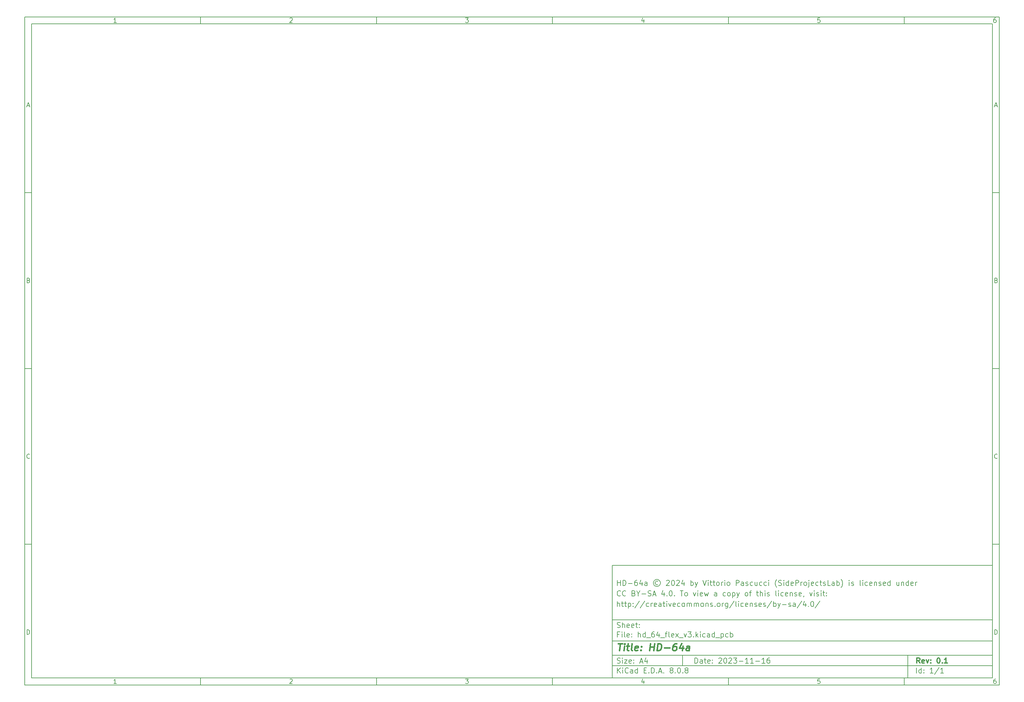
<source format=gbr>
%TF.GenerationSoftware,KiCad,Pcbnew,8.0.8*%
%TF.CreationDate,2025-05-19T22:20:18+02:00*%
%TF.ProjectId,hd_64_flex_v3,68645f36-345f-4666-9c65-785f76332e6b,0.1*%
%TF.SameCoordinates,PXd801da0PY3c45b00*%
%TF.FileFunction,Paste,Top*%
%TF.FilePolarity,Positive*%
%FSLAX46Y46*%
G04 Gerber Fmt 4.6, Leading zero omitted, Abs format (unit mm)*
G04 Created by KiCad (PCBNEW 8.0.8) date 2025-05-19 22:20:18*
%MOMM*%
%LPD*%
G01*
G04 APERTURE LIST*
%ADD10C,0.100000*%
%ADD11C,0.150000*%
%ADD12C,0.300000*%
%ADD13C,0.400000*%
G04 APERTURE END LIST*
D10*
D11*
X-49497800Y-102807200D02*
X58502200Y-102807200D01*
X58502200Y-134807200D01*
X-49497800Y-134807200D01*
X-49497800Y-102807200D01*
D10*
D11*
X-216500000Y53200000D02*
X60502200Y53200000D01*
X60502200Y-136807200D01*
X-216500000Y-136807200D01*
X-216500000Y53200000D01*
D10*
D11*
X-214500000Y51200000D02*
X58502200Y51200000D01*
X58502200Y-134807200D01*
X-214500000Y-134807200D01*
X-214500000Y51200000D01*
D10*
D11*
X-166500000Y51200000D02*
X-166500000Y53200000D01*
D10*
D11*
X-116500000Y51200000D02*
X-116500000Y53200000D01*
D10*
D11*
X-66500000Y51200000D02*
X-66500000Y53200000D01*
D10*
D11*
X-16500000Y51200000D02*
X-16500000Y53200000D01*
D10*
D11*
X33500000Y51200000D02*
X33500000Y53200000D01*
D10*
D11*
X-190410840Y51606396D02*
X-191153697Y51606396D01*
X-190782269Y51606396D02*
X-190782269Y52906396D01*
X-190782269Y52906396D02*
X-190906078Y52720681D01*
X-190906078Y52720681D02*
X-191029888Y52596872D01*
X-191029888Y52596872D02*
X-191153697Y52534967D01*
D10*
D11*
X-141153697Y52782586D02*
X-141091793Y52844491D01*
X-141091793Y52844491D02*
X-140967983Y52906396D01*
X-140967983Y52906396D02*
X-140658459Y52906396D01*
X-140658459Y52906396D02*
X-140534650Y52844491D01*
X-140534650Y52844491D02*
X-140472745Y52782586D01*
X-140472745Y52782586D02*
X-140410840Y52658777D01*
X-140410840Y52658777D02*
X-140410840Y52534967D01*
X-140410840Y52534967D02*
X-140472745Y52349253D01*
X-140472745Y52349253D02*
X-141215602Y51606396D01*
X-141215602Y51606396D02*
X-140410840Y51606396D01*
D10*
D11*
X-91215602Y52906396D02*
X-90410840Y52906396D01*
X-90410840Y52906396D02*
X-90844174Y52411158D01*
X-90844174Y52411158D02*
X-90658459Y52411158D01*
X-90658459Y52411158D02*
X-90534650Y52349253D01*
X-90534650Y52349253D02*
X-90472745Y52287348D01*
X-90472745Y52287348D02*
X-90410840Y52163539D01*
X-90410840Y52163539D02*
X-90410840Y51854015D01*
X-90410840Y51854015D02*
X-90472745Y51730205D01*
X-90472745Y51730205D02*
X-90534650Y51668300D01*
X-90534650Y51668300D02*
X-90658459Y51606396D01*
X-90658459Y51606396D02*
X-91029888Y51606396D01*
X-91029888Y51606396D02*
X-91153697Y51668300D01*
X-91153697Y51668300D02*
X-91215602Y51730205D01*
D10*
D11*
X-40534650Y52473062D02*
X-40534650Y51606396D01*
X-40844174Y52968300D02*
X-41153697Y52039729D01*
X-41153697Y52039729D02*
X-40348936Y52039729D01*
D10*
D11*
X9527255Y52906396D02*
X8908207Y52906396D01*
X8908207Y52906396D02*
X8846303Y52287348D01*
X8846303Y52287348D02*
X8908207Y52349253D01*
X8908207Y52349253D02*
X9032017Y52411158D01*
X9032017Y52411158D02*
X9341541Y52411158D01*
X9341541Y52411158D02*
X9465350Y52349253D01*
X9465350Y52349253D02*
X9527255Y52287348D01*
X9527255Y52287348D02*
X9589160Y52163539D01*
X9589160Y52163539D02*
X9589160Y51854015D01*
X9589160Y51854015D02*
X9527255Y51730205D01*
X9527255Y51730205D02*
X9465350Y51668300D01*
X9465350Y51668300D02*
X9341541Y51606396D01*
X9341541Y51606396D02*
X9032017Y51606396D01*
X9032017Y51606396D02*
X8908207Y51668300D01*
X8908207Y51668300D02*
X8846303Y51730205D01*
D10*
D11*
X59465350Y52906396D02*
X59217731Y52906396D01*
X59217731Y52906396D02*
X59093922Y52844491D01*
X59093922Y52844491D02*
X59032017Y52782586D01*
X59032017Y52782586D02*
X58908207Y52596872D01*
X58908207Y52596872D02*
X58846303Y52349253D01*
X58846303Y52349253D02*
X58846303Y51854015D01*
X58846303Y51854015D02*
X58908207Y51730205D01*
X58908207Y51730205D02*
X58970112Y51668300D01*
X58970112Y51668300D02*
X59093922Y51606396D01*
X59093922Y51606396D02*
X59341541Y51606396D01*
X59341541Y51606396D02*
X59465350Y51668300D01*
X59465350Y51668300D02*
X59527255Y51730205D01*
X59527255Y51730205D02*
X59589160Y51854015D01*
X59589160Y51854015D02*
X59589160Y52163539D01*
X59589160Y52163539D02*
X59527255Y52287348D01*
X59527255Y52287348D02*
X59465350Y52349253D01*
X59465350Y52349253D02*
X59341541Y52411158D01*
X59341541Y52411158D02*
X59093922Y52411158D01*
X59093922Y52411158D02*
X58970112Y52349253D01*
X58970112Y52349253D02*
X58908207Y52287348D01*
X58908207Y52287348D02*
X58846303Y52163539D01*
D10*
D11*
X-166500000Y-134807200D02*
X-166500000Y-136807200D01*
D10*
D11*
X-116500000Y-134807200D02*
X-116500000Y-136807200D01*
D10*
D11*
X-66500000Y-134807200D02*
X-66500000Y-136807200D01*
D10*
D11*
X-16500000Y-134807200D02*
X-16500000Y-136807200D01*
D10*
D11*
X33500000Y-134807200D02*
X33500000Y-136807200D01*
D10*
D11*
X-190410840Y-136400804D02*
X-191153697Y-136400804D01*
X-190782269Y-136400804D02*
X-190782269Y-135100804D01*
X-190782269Y-135100804D02*
X-190906078Y-135286519D01*
X-190906078Y-135286519D02*
X-191029888Y-135410328D01*
X-191029888Y-135410328D02*
X-191153697Y-135472233D01*
D10*
D11*
X-141153697Y-135224614D02*
X-141091793Y-135162709D01*
X-141091793Y-135162709D02*
X-140967983Y-135100804D01*
X-140967983Y-135100804D02*
X-140658459Y-135100804D01*
X-140658459Y-135100804D02*
X-140534650Y-135162709D01*
X-140534650Y-135162709D02*
X-140472745Y-135224614D01*
X-140472745Y-135224614D02*
X-140410840Y-135348423D01*
X-140410840Y-135348423D02*
X-140410840Y-135472233D01*
X-140410840Y-135472233D02*
X-140472745Y-135657947D01*
X-140472745Y-135657947D02*
X-141215602Y-136400804D01*
X-141215602Y-136400804D02*
X-140410840Y-136400804D01*
D10*
D11*
X-91215602Y-135100804D02*
X-90410840Y-135100804D01*
X-90410840Y-135100804D02*
X-90844174Y-135596042D01*
X-90844174Y-135596042D02*
X-90658459Y-135596042D01*
X-90658459Y-135596042D02*
X-90534650Y-135657947D01*
X-90534650Y-135657947D02*
X-90472745Y-135719852D01*
X-90472745Y-135719852D02*
X-90410840Y-135843661D01*
X-90410840Y-135843661D02*
X-90410840Y-136153185D01*
X-90410840Y-136153185D02*
X-90472745Y-136276995D01*
X-90472745Y-136276995D02*
X-90534650Y-136338900D01*
X-90534650Y-136338900D02*
X-90658459Y-136400804D01*
X-90658459Y-136400804D02*
X-91029888Y-136400804D01*
X-91029888Y-136400804D02*
X-91153697Y-136338900D01*
X-91153697Y-136338900D02*
X-91215602Y-136276995D01*
D10*
D11*
X-40534650Y-135534138D02*
X-40534650Y-136400804D01*
X-40844174Y-135038900D02*
X-41153697Y-135967471D01*
X-41153697Y-135967471D02*
X-40348936Y-135967471D01*
D10*
D11*
X9527255Y-135100804D02*
X8908207Y-135100804D01*
X8908207Y-135100804D02*
X8846303Y-135719852D01*
X8846303Y-135719852D02*
X8908207Y-135657947D01*
X8908207Y-135657947D02*
X9032017Y-135596042D01*
X9032017Y-135596042D02*
X9341541Y-135596042D01*
X9341541Y-135596042D02*
X9465350Y-135657947D01*
X9465350Y-135657947D02*
X9527255Y-135719852D01*
X9527255Y-135719852D02*
X9589160Y-135843661D01*
X9589160Y-135843661D02*
X9589160Y-136153185D01*
X9589160Y-136153185D02*
X9527255Y-136276995D01*
X9527255Y-136276995D02*
X9465350Y-136338900D01*
X9465350Y-136338900D02*
X9341541Y-136400804D01*
X9341541Y-136400804D02*
X9032017Y-136400804D01*
X9032017Y-136400804D02*
X8908207Y-136338900D01*
X8908207Y-136338900D02*
X8846303Y-136276995D01*
D10*
D11*
X59465350Y-135100804D02*
X59217731Y-135100804D01*
X59217731Y-135100804D02*
X59093922Y-135162709D01*
X59093922Y-135162709D02*
X59032017Y-135224614D01*
X59032017Y-135224614D02*
X58908207Y-135410328D01*
X58908207Y-135410328D02*
X58846303Y-135657947D01*
X58846303Y-135657947D02*
X58846303Y-136153185D01*
X58846303Y-136153185D02*
X58908207Y-136276995D01*
X58908207Y-136276995D02*
X58970112Y-136338900D01*
X58970112Y-136338900D02*
X59093922Y-136400804D01*
X59093922Y-136400804D02*
X59341541Y-136400804D01*
X59341541Y-136400804D02*
X59465350Y-136338900D01*
X59465350Y-136338900D02*
X59527255Y-136276995D01*
X59527255Y-136276995D02*
X59589160Y-136153185D01*
X59589160Y-136153185D02*
X59589160Y-135843661D01*
X59589160Y-135843661D02*
X59527255Y-135719852D01*
X59527255Y-135719852D02*
X59465350Y-135657947D01*
X59465350Y-135657947D02*
X59341541Y-135596042D01*
X59341541Y-135596042D02*
X59093922Y-135596042D01*
X59093922Y-135596042D02*
X58970112Y-135657947D01*
X58970112Y-135657947D02*
X58908207Y-135719852D01*
X58908207Y-135719852D02*
X58846303Y-135843661D01*
D10*
D11*
X-216500000Y3200000D02*
X-214500000Y3200000D01*
D10*
D11*
X-216500000Y-46800000D02*
X-214500000Y-46800000D01*
D10*
D11*
X-216500000Y-96800000D02*
X-214500000Y-96800000D01*
D10*
D11*
X-215809524Y27977824D02*
X-215190477Y27977824D01*
X-215933334Y27606396D02*
X-215500001Y28906396D01*
X-215500001Y28906396D02*
X-215066667Y27606396D01*
D10*
D11*
X-215407143Y-21712652D02*
X-215221429Y-21774557D01*
X-215221429Y-21774557D02*
X-215159524Y-21836461D01*
X-215159524Y-21836461D02*
X-215097620Y-21960271D01*
X-215097620Y-21960271D02*
X-215097620Y-22145985D01*
X-215097620Y-22145985D02*
X-215159524Y-22269795D01*
X-215159524Y-22269795D02*
X-215221429Y-22331700D01*
X-215221429Y-22331700D02*
X-215345239Y-22393604D01*
X-215345239Y-22393604D02*
X-215840477Y-22393604D01*
X-215840477Y-22393604D02*
X-215840477Y-21093604D01*
X-215840477Y-21093604D02*
X-215407143Y-21093604D01*
X-215407143Y-21093604D02*
X-215283334Y-21155509D01*
X-215283334Y-21155509D02*
X-215221429Y-21217414D01*
X-215221429Y-21217414D02*
X-215159524Y-21341223D01*
X-215159524Y-21341223D02*
X-215159524Y-21465033D01*
X-215159524Y-21465033D02*
X-215221429Y-21588842D01*
X-215221429Y-21588842D02*
X-215283334Y-21650747D01*
X-215283334Y-21650747D02*
X-215407143Y-21712652D01*
X-215407143Y-21712652D02*
X-215840477Y-21712652D01*
D10*
D11*
X-215097620Y-72269795D02*
X-215159524Y-72331700D01*
X-215159524Y-72331700D02*
X-215345239Y-72393604D01*
X-215345239Y-72393604D02*
X-215469048Y-72393604D01*
X-215469048Y-72393604D02*
X-215654762Y-72331700D01*
X-215654762Y-72331700D02*
X-215778572Y-72207890D01*
X-215778572Y-72207890D02*
X-215840477Y-72084080D01*
X-215840477Y-72084080D02*
X-215902381Y-71836461D01*
X-215902381Y-71836461D02*
X-215902381Y-71650747D01*
X-215902381Y-71650747D02*
X-215840477Y-71403128D01*
X-215840477Y-71403128D02*
X-215778572Y-71279319D01*
X-215778572Y-71279319D02*
X-215654762Y-71155509D01*
X-215654762Y-71155509D02*
X-215469048Y-71093604D01*
X-215469048Y-71093604D02*
X-215345239Y-71093604D01*
X-215345239Y-71093604D02*
X-215159524Y-71155509D01*
X-215159524Y-71155509D02*
X-215097620Y-71217414D01*
D10*
D11*
X-215840477Y-122393604D02*
X-215840477Y-121093604D01*
X-215840477Y-121093604D02*
X-215530953Y-121093604D01*
X-215530953Y-121093604D02*
X-215345239Y-121155509D01*
X-215345239Y-121155509D02*
X-215221429Y-121279319D01*
X-215221429Y-121279319D02*
X-215159524Y-121403128D01*
X-215159524Y-121403128D02*
X-215097620Y-121650747D01*
X-215097620Y-121650747D02*
X-215097620Y-121836461D01*
X-215097620Y-121836461D02*
X-215159524Y-122084080D01*
X-215159524Y-122084080D02*
X-215221429Y-122207890D01*
X-215221429Y-122207890D02*
X-215345239Y-122331700D01*
X-215345239Y-122331700D02*
X-215530953Y-122393604D01*
X-215530953Y-122393604D02*
X-215840477Y-122393604D01*
D10*
D11*
X60502200Y3200000D02*
X58502200Y3200000D01*
D10*
D11*
X60502200Y-46800000D02*
X58502200Y-46800000D01*
D10*
D11*
X60502200Y-96800000D02*
X58502200Y-96800000D01*
D10*
D11*
X59192676Y27977824D02*
X59811723Y27977824D01*
X59068866Y27606396D02*
X59502199Y28906396D01*
X59502199Y28906396D02*
X59935533Y27606396D01*
D10*
D11*
X59595057Y-21712652D02*
X59780771Y-21774557D01*
X59780771Y-21774557D02*
X59842676Y-21836461D01*
X59842676Y-21836461D02*
X59904580Y-21960271D01*
X59904580Y-21960271D02*
X59904580Y-22145985D01*
X59904580Y-22145985D02*
X59842676Y-22269795D01*
X59842676Y-22269795D02*
X59780771Y-22331700D01*
X59780771Y-22331700D02*
X59656961Y-22393604D01*
X59656961Y-22393604D02*
X59161723Y-22393604D01*
X59161723Y-22393604D02*
X59161723Y-21093604D01*
X59161723Y-21093604D02*
X59595057Y-21093604D01*
X59595057Y-21093604D02*
X59718866Y-21155509D01*
X59718866Y-21155509D02*
X59780771Y-21217414D01*
X59780771Y-21217414D02*
X59842676Y-21341223D01*
X59842676Y-21341223D02*
X59842676Y-21465033D01*
X59842676Y-21465033D02*
X59780771Y-21588842D01*
X59780771Y-21588842D02*
X59718866Y-21650747D01*
X59718866Y-21650747D02*
X59595057Y-21712652D01*
X59595057Y-21712652D02*
X59161723Y-21712652D01*
D10*
D11*
X59904580Y-72269795D02*
X59842676Y-72331700D01*
X59842676Y-72331700D02*
X59656961Y-72393604D01*
X59656961Y-72393604D02*
X59533152Y-72393604D01*
X59533152Y-72393604D02*
X59347438Y-72331700D01*
X59347438Y-72331700D02*
X59223628Y-72207890D01*
X59223628Y-72207890D02*
X59161723Y-72084080D01*
X59161723Y-72084080D02*
X59099819Y-71836461D01*
X59099819Y-71836461D02*
X59099819Y-71650747D01*
X59099819Y-71650747D02*
X59161723Y-71403128D01*
X59161723Y-71403128D02*
X59223628Y-71279319D01*
X59223628Y-71279319D02*
X59347438Y-71155509D01*
X59347438Y-71155509D02*
X59533152Y-71093604D01*
X59533152Y-71093604D02*
X59656961Y-71093604D01*
X59656961Y-71093604D02*
X59842676Y-71155509D01*
X59842676Y-71155509D02*
X59904580Y-71217414D01*
D10*
D11*
X59161723Y-122393604D02*
X59161723Y-121093604D01*
X59161723Y-121093604D02*
X59471247Y-121093604D01*
X59471247Y-121093604D02*
X59656961Y-121155509D01*
X59656961Y-121155509D02*
X59780771Y-121279319D01*
X59780771Y-121279319D02*
X59842676Y-121403128D01*
X59842676Y-121403128D02*
X59904580Y-121650747D01*
X59904580Y-121650747D02*
X59904580Y-121836461D01*
X59904580Y-121836461D02*
X59842676Y-122084080D01*
X59842676Y-122084080D02*
X59780771Y-122207890D01*
X59780771Y-122207890D02*
X59656961Y-122331700D01*
X59656961Y-122331700D02*
X59471247Y-122393604D01*
X59471247Y-122393604D02*
X59161723Y-122393604D01*
D10*
D11*
X-26041974Y-130593328D02*
X-26041974Y-129093328D01*
X-26041974Y-129093328D02*
X-25684831Y-129093328D01*
X-25684831Y-129093328D02*
X-25470545Y-129164757D01*
X-25470545Y-129164757D02*
X-25327688Y-129307614D01*
X-25327688Y-129307614D02*
X-25256259Y-129450471D01*
X-25256259Y-129450471D02*
X-25184831Y-129736185D01*
X-25184831Y-129736185D02*
X-25184831Y-129950471D01*
X-25184831Y-129950471D02*
X-25256259Y-130236185D01*
X-25256259Y-130236185D02*
X-25327688Y-130379042D01*
X-25327688Y-130379042D02*
X-25470545Y-130521900D01*
X-25470545Y-130521900D02*
X-25684831Y-130593328D01*
X-25684831Y-130593328D02*
X-26041974Y-130593328D01*
X-23899116Y-130593328D02*
X-23899116Y-129807614D01*
X-23899116Y-129807614D02*
X-23970545Y-129664757D01*
X-23970545Y-129664757D02*
X-24113402Y-129593328D01*
X-24113402Y-129593328D02*
X-24399116Y-129593328D01*
X-24399116Y-129593328D02*
X-24541974Y-129664757D01*
X-23899116Y-130521900D02*
X-24041974Y-130593328D01*
X-24041974Y-130593328D02*
X-24399116Y-130593328D01*
X-24399116Y-130593328D02*
X-24541974Y-130521900D01*
X-24541974Y-130521900D02*
X-24613402Y-130379042D01*
X-24613402Y-130379042D02*
X-24613402Y-130236185D01*
X-24613402Y-130236185D02*
X-24541974Y-130093328D01*
X-24541974Y-130093328D02*
X-24399116Y-130021900D01*
X-24399116Y-130021900D02*
X-24041974Y-130021900D01*
X-24041974Y-130021900D02*
X-23899116Y-129950471D01*
X-23399116Y-129593328D02*
X-22827688Y-129593328D01*
X-23184831Y-129093328D02*
X-23184831Y-130379042D01*
X-23184831Y-130379042D02*
X-23113402Y-130521900D01*
X-23113402Y-130521900D02*
X-22970545Y-130593328D01*
X-22970545Y-130593328D02*
X-22827688Y-130593328D01*
X-21756259Y-130521900D02*
X-21899116Y-130593328D01*
X-21899116Y-130593328D02*
X-22184830Y-130593328D01*
X-22184830Y-130593328D02*
X-22327688Y-130521900D01*
X-22327688Y-130521900D02*
X-22399116Y-130379042D01*
X-22399116Y-130379042D02*
X-22399116Y-129807614D01*
X-22399116Y-129807614D02*
X-22327688Y-129664757D01*
X-22327688Y-129664757D02*
X-22184830Y-129593328D01*
X-22184830Y-129593328D02*
X-21899116Y-129593328D01*
X-21899116Y-129593328D02*
X-21756259Y-129664757D01*
X-21756259Y-129664757D02*
X-21684830Y-129807614D01*
X-21684830Y-129807614D02*
X-21684830Y-129950471D01*
X-21684830Y-129950471D02*
X-22399116Y-130093328D01*
X-21041974Y-130450471D02*
X-20970545Y-130521900D01*
X-20970545Y-130521900D02*
X-21041974Y-130593328D01*
X-21041974Y-130593328D02*
X-21113402Y-130521900D01*
X-21113402Y-130521900D02*
X-21041974Y-130450471D01*
X-21041974Y-130450471D02*
X-21041974Y-130593328D01*
X-21041974Y-129664757D02*
X-20970545Y-129736185D01*
X-20970545Y-129736185D02*
X-21041974Y-129807614D01*
X-21041974Y-129807614D02*
X-21113402Y-129736185D01*
X-21113402Y-129736185D02*
X-21041974Y-129664757D01*
X-21041974Y-129664757D02*
X-21041974Y-129807614D01*
X-19256259Y-129236185D02*
X-19184831Y-129164757D01*
X-19184831Y-129164757D02*
X-19041973Y-129093328D01*
X-19041973Y-129093328D02*
X-18684831Y-129093328D01*
X-18684831Y-129093328D02*
X-18541973Y-129164757D01*
X-18541973Y-129164757D02*
X-18470545Y-129236185D01*
X-18470545Y-129236185D02*
X-18399116Y-129379042D01*
X-18399116Y-129379042D02*
X-18399116Y-129521900D01*
X-18399116Y-129521900D02*
X-18470545Y-129736185D01*
X-18470545Y-129736185D02*
X-19327688Y-130593328D01*
X-19327688Y-130593328D02*
X-18399116Y-130593328D01*
X-17470545Y-129093328D02*
X-17327688Y-129093328D01*
X-17327688Y-129093328D02*
X-17184831Y-129164757D01*
X-17184831Y-129164757D02*
X-17113402Y-129236185D01*
X-17113402Y-129236185D02*
X-17041974Y-129379042D01*
X-17041974Y-129379042D02*
X-16970545Y-129664757D01*
X-16970545Y-129664757D02*
X-16970545Y-130021900D01*
X-16970545Y-130021900D02*
X-17041974Y-130307614D01*
X-17041974Y-130307614D02*
X-17113402Y-130450471D01*
X-17113402Y-130450471D02*
X-17184831Y-130521900D01*
X-17184831Y-130521900D02*
X-17327688Y-130593328D01*
X-17327688Y-130593328D02*
X-17470545Y-130593328D01*
X-17470545Y-130593328D02*
X-17613402Y-130521900D01*
X-17613402Y-130521900D02*
X-17684831Y-130450471D01*
X-17684831Y-130450471D02*
X-17756260Y-130307614D01*
X-17756260Y-130307614D02*
X-17827688Y-130021900D01*
X-17827688Y-130021900D02*
X-17827688Y-129664757D01*
X-17827688Y-129664757D02*
X-17756260Y-129379042D01*
X-17756260Y-129379042D02*
X-17684831Y-129236185D01*
X-17684831Y-129236185D02*
X-17613402Y-129164757D01*
X-17613402Y-129164757D02*
X-17470545Y-129093328D01*
X-16399117Y-129236185D02*
X-16327689Y-129164757D01*
X-16327689Y-129164757D02*
X-16184831Y-129093328D01*
X-16184831Y-129093328D02*
X-15827689Y-129093328D01*
X-15827689Y-129093328D02*
X-15684831Y-129164757D01*
X-15684831Y-129164757D02*
X-15613403Y-129236185D01*
X-15613403Y-129236185D02*
X-15541974Y-129379042D01*
X-15541974Y-129379042D02*
X-15541974Y-129521900D01*
X-15541974Y-129521900D02*
X-15613403Y-129736185D01*
X-15613403Y-129736185D02*
X-16470546Y-130593328D01*
X-16470546Y-130593328D02*
X-15541974Y-130593328D01*
X-15041975Y-129093328D02*
X-14113403Y-129093328D01*
X-14113403Y-129093328D02*
X-14613403Y-129664757D01*
X-14613403Y-129664757D02*
X-14399118Y-129664757D01*
X-14399118Y-129664757D02*
X-14256260Y-129736185D01*
X-14256260Y-129736185D02*
X-14184832Y-129807614D01*
X-14184832Y-129807614D02*
X-14113403Y-129950471D01*
X-14113403Y-129950471D02*
X-14113403Y-130307614D01*
X-14113403Y-130307614D02*
X-14184832Y-130450471D01*
X-14184832Y-130450471D02*
X-14256260Y-130521900D01*
X-14256260Y-130521900D02*
X-14399118Y-130593328D01*
X-14399118Y-130593328D02*
X-14827689Y-130593328D01*
X-14827689Y-130593328D02*
X-14970546Y-130521900D01*
X-14970546Y-130521900D02*
X-15041975Y-130450471D01*
X-13470547Y-130021900D02*
X-12327689Y-130021900D01*
X-10827689Y-130593328D02*
X-11684832Y-130593328D01*
X-11256261Y-130593328D02*
X-11256261Y-129093328D01*
X-11256261Y-129093328D02*
X-11399118Y-129307614D01*
X-11399118Y-129307614D02*
X-11541975Y-129450471D01*
X-11541975Y-129450471D02*
X-11684832Y-129521900D01*
X-9399118Y-130593328D02*
X-10256261Y-130593328D01*
X-9827690Y-130593328D02*
X-9827690Y-129093328D01*
X-9827690Y-129093328D02*
X-9970547Y-129307614D01*
X-9970547Y-129307614D02*
X-10113404Y-129450471D01*
X-10113404Y-129450471D02*
X-10256261Y-129521900D01*
X-8756262Y-130021900D02*
X-7613404Y-130021900D01*
X-6113404Y-130593328D02*
X-6970547Y-130593328D01*
X-6541976Y-130593328D02*
X-6541976Y-129093328D01*
X-6541976Y-129093328D02*
X-6684833Y-129307614D01*
X-6684833Y-129307614D02*
X-6827690Y-129450471D01*
X-6827690Y-129450471D02*
X-6970547Y-129521900D01*
X-4827690Y-129093328D02*
X-5113405Y-129093328D01*
X-5113405Y-129093328D02*
X-5256262Y-129164757D01*
X-5256262Y-129164757D02*
X-5327690Y-129236185D01*
X-5327690Y-129236185D02*
X-5470548Y-129450471D01*
X-5470548Y-129450471D02*
X-5541976Y-129736185D01*
X-5541976Y-129736185D02*
X-5541976Y-130307614D01*
X-5541976Y-130307614D02*
X-5470548Y-130450471D01*
X-5470548Y-130450471D02*
X-5399119Y-130521900D01*
X-5399119Y-130521900D02*
X-5256262Y-130593328D01*
X-5256262Y-130593328D02*
X-4970548Y-130593328D01*
X-4970548Y-130593328D02*
X-4827690Y-130521900D01*
X-4827690Y-130521900D02*
X-4756262Y-130450471D01*
X-4756262Y-130450471D02*
X-4684833Y-130307614D01*
X-4684833Y-130307614D02*
X-4684833Y-129950471D01*
X-4684833Y-129950471D02*
X-4756262Y-129807614D01*
X-4756262Y-129807614D02*
X-4827690Y-129736185D01*
X-4827690Y-129736185D02*
X-4970548Y-129664757D01*
X-4970548Y-129664757D02*
X-5256262Y-129664757D01*
X-5256262Y-129664757D02*
X-5399119Y-129736185D01*
X-5399119Y-129736185D02*
X-5470548Y-129807614D01*
X-5470548Y-129807614D02*
X-5541976Y-129950471D01*
D10*
D11*
X-49497800Y-131307200D02*
X58502200Y-131307200D01*
D10*
D11*
X-48041974Y-133393328D02*
X-48041974Y-131893328D01*
X-47184831Y-133393328D02*
X-47827688Y-132536185D01*
X-47184831Y-131893328D02*
X-48041974Y-132750471D01*
X-46541974Y-133393328D02*
X-46541974Y-132393328D01*
X-46541974Y-131893328D02*
X-46613402Y-131964757D01*
X-46613402Y-131964757D02*
X-46541974Y-132036185D01*
X-46541974Y-132036185D02*
X-46470545Y-131964757D01*
X-46470545Y-131964757D02*
X-46541974Y-131893328D01*
X-46541974Y-131893328D02*
X-46541974Y-132036185D01*
X-44970545Y-133250471D02*
X-45041973Y-133321900D01*
X-45041973Y-133321900D02*
X-45256259Y-133393328D01*
X-45256259Y-133393328D02*
X-45399116Y-133393328D01*
X-45399116Y-133393328D02*
X-45613402Y-133321900D01*
X-45613402Y-133321900D02*
X-45756259Y-133179042D01*
X-45756259Y-133179042D02*
X-45827688Y-133036185D01*
X-45827688Y-133036185D02*
X-45899116Y-132750471D01*
X-45899116Y-132750471D02*
X-45899116Y-132536185D01*
X-45899116Y-132536185D02*
X-45827688Y-132250471D01*
X-45827688Y-132250471D02*
X-45756259Y-132107614D01*
X-45756259Y-132107614D02*
X-45613402Y-131964757D01*
X-45613402Y-131964757D02*
X-45399116Y-131893328D01*
X-45399116Y-131893328D02*
X-45256259Y-131893328D01*
X-45256259Y-131893328D02*
X-45041973Y-131964757D01*
X-45041973Y-131964757D02*
X-44970545Y-132036185D01*
X-43684830Y-133393328D02*
X-43684830Y-132607614D01*
X-43684830Y-132607614D02*
X-43756259Y-132464757D01*
X-43756259Y-132464757D02*
X-43899116Y-132393328D01*
X-43899116Y-132393328D02*
X-44184830Y-132393328D01*
X-44184830Y-132393328D02*
X-44327688Y-132464757D01*
X-43684830Y-133321900D02*
X-43827688Y-133393328D01*
X-43827688Y-133393328D02*
X-44184830Y-133393328D01*
X-44184830Y-133393328D02*
X-44327688Y-133321900D01*
X-44327688Y-133321900D02*
X-44399116Y-133179042D01*
X-44399116Y-133179042D02*
X-44399116Y-133036185D01*
X-44399116Y-133036185D02*
X-44327688Y-132893328D01*
X-44327688Y-132893328D02*
X-44184830Y-132821900D01*
X-44184830Y-132821900D02*
X-43827688Y-132821900D01*
X-43827688Y-132821900D02*
X-43684830Y-132750471D01*
X-42327687Y-133393328D02*
X-42327687Y-131893328D01*
X-42327687Y-133321900D02*
X-42470545Y-133393328D01*
X-42470545Y-133393328D02*
X-42756259Y-133393328D01*
X-42756259Y-133393328D02*
X-42899116Y-133321900D01*
X-42899116Y-133321900D02*
X-42970545Y-133250471D01*
X-42970545Y-133250471D02*
X-43041973Y-133107614D01*
X-43041973Y-133107614D02*
X-43041973Y-132679042D01*
X-43041973Y-132679042D02*
X-42970545Y-132536185D01*
X-42970545Y-132536185D02*
X-42899116Y-132464757D01*
X-42899116Y-132464757D02*
X-42756259Y-132393328D01*
X-42756259Y-132393328D02*
X-42470545Y-132393328D01*
X-42470545Y-132393328D02*
X-42327687Y-132464757D01*
X-40470545Y-132607614D02*
X-39970545Y-132607614D01*
X-39756259Y-133393328D02*
X-40470545Y-133393328D01*
X-40470545Y-133393328D02*
X-40470545Y-131893328D01*
X-40470545Y-131893328D02*
X-39756259Y-131893328D01*
X-39113402Y-133250471D02*
X-39041973Y-133321900D01*
X-39041973Y-133321900D02*
X-39113402Y-133393328D01*
X-39113402Y-133393328D02*
X-39184830Y-133321900D01*
X-39184830Y-133321900D02*
X-39113402Y-133250471D01*
X-39113402Y-133250471D02*
X-39113402Y-133393328D01*
X-38399116Y-133393328D02*
X-38399116Y-131893328D01*
X-38399116Y-131893328D02*
X-38041973Y-131893328D01*
X-38041973Y-131893328D02*
X-37827687Y-131964757D01*
X-37827687Y-131964757D02*
X-37684830Y-132107614D01*
X-37684830Y-132107614D02*
X-37613401Y-132250471D01*
X-37613401Y-132250471D02*
X-37541973Y-132536185D01*
X-37541973Y-132536185D02*
X-37541973Y-132750471D01*
X-37541973Y-132750471D02*
X-37613401Y-133036185D01*
X-37613401Y-133036185D02*
X-37684830Y-133179042D01*
X-37684830Y-133179042D02*
X-37827687Y-133321900D01*
X-37827687Y-133321900D02*
X-38041973Y-133393328D01*
X-38041973Y-133393328D02*
X-38399116Y-133393328D01*
X-36899116Y-133250471D02*
X-36827687Y-133321900D01*
X-36827687Y-133321900D02*
X-36899116Y-133393328D01*
X-36899116Y-133393328D02*
X-36970544Y-133321900D01*
X-36970544Y-133321900D02*
X-36899116Y-133250471D01*
X-36899116Y-133250471D02*
X-36899116Y-133393328D01*
X-36256258Y-132964757D02*
X-35541972Y-132964757D01*
X-36399115Y-133393328D02*
X-35899115Y-131893328D01*
X-35899115Y-131893328D02*
X-35399115Y-133393328D01*
X-34899116Y-133250471D02*
X-34827687Y-133321900D01*
X-34827687Y-133321900D02*
X-34899116Y-133393328D01*
X-34899116Y-133393328D02*
X-34970544Y-133321900D01*
X-34970544Y-133321900D02*
X-34899116Y-133250471D01*
X-34899116Y-133250471D02*
X-34899116Y-133393328D01*
X-32827687Y-132536185D02*
X-32970544Y-132464757D01*
X-32970544Y-132464757D02*
X-33041973Y-132393328D01*
X-33041973Y-132393328D02*
X-33113401Y-132250471D01*
X-33113401Y-132250471D02*
X-33113401Y-132179042D01*
X-33113401Y-132179042D02*
X-33041973Y-132036185D01*
X-33041973Y-132036185D02*
X-32970544Y-131964757D01*
X-32970544Y-131964757D02*
X-32827687Y-131893328D01*
X-32827687Y-131893328D02*
X-32541973Y-131893328D01*
X-32541973Y-131893328D02*
X-32399115Y-131964757D01*
X-32399115Y-131964757D02*
X-32327687Y-132036185D01*
X-32327687Y-132036185D02*
X-32256258Y-132179042D01*
X-32256258Y-132179042D02*
X-32256258Y-132250471D01*
X-32256258Y-132250471D02*
X-32327687Y-132393328D01*
X-32327687Y-132393328D02*
X-32399115Y-132464757D01*
X-32399115Y-132464757D02*
X-32541973Y-132536185D01*
X-32541973Y-132536185D02*
X-32827687Y-132536185D01*
X-32827687Y-132536185D02*
X-32970544Y-132607614D01*
X-32970544Y-132607614D02*
X-33041973Y-132679042D01*
X-33041973Y-132679042D02*
X-33113401Y-132821900D01*
X-33113401Y-132821900D02*
X-33113401Y-133107614D01*
X-33113401Y-133107614D02*
X-33041973Y-133250471D01*
X-33041973Y-133250471D02*
X-32970544Y-133321900D01*
X-32970544Y-133321900D02*
X-32827687Y-133393328D01*
X-32827687Y-133393328D02*
X-32541973Y-133393328D01*
X-32541973Y-133393328D02*
X-32399115Y-133321900D01*
X-32399115Y-133321900D02*
X-32327687Y-133250471D01*
X-32327687Y-133250471D02*
X-32256258Y-133107614D01*
X-32256258Y-133107614D02*
X-32256258Y-132821900D01*
X-32256258Y-132821900D02*
X-32327687Y-132679042D01*
X-32327687Y-132679042D02*
X-32399115Y-132607614D01*
X-32399115Y-132607614D02*
X-32541973Y-132536185D01*
X-31613402Y-133250471D02*
X-31541973Y-133321900D01*
X-31541973Y-133321900D02*
X-31613402Y-133393328D01*
X-31613402Y-133393328D02*
X-31684830Y-133321900D01*
X-31684830Y-133321900D02*
X-31613402Y-133250471D01*
X-31613402Y-133250471D02*
X-31613402Y-133393328D01*
X-30613401Y-131893328D02*
X-30470544Y-131893328D01*
X-30470544Y-131893328D02*
X-30327687Y-131964757D01*
X-30327687Y-131964757D02*
X-30256258Y-132036185D01*
X-30256258Y-132036185D02*
X-30184830Y-132179042D01*
X-30184830Y-132179042D02*
X-30113401Y-132464757D01*
X-30113401Y-132464757D02*
X-30113401Y-132821900D01*
X-30113401Y-132821900D02*
X-30184830Y-133107614D01*
X-30184830Y-133107614D02*
X-30256258Y-133250471D01*
X-30256258Y-133250471D02*
X-30327687Y-133321900D01*
X-30327687Y-133321900D02*
X-30470544Y-133393328D01*
X-30470544Y-133393328D02*
X-30613401Y-133393328D01*
X-30613401Y-133393328D02*
X-30756258Y-133321900D01*
X-30756258Y-133321900D02*
X-30827687Y-133250471D01*
X-30827687Y-133250471D02*
X-30899116Y-133107614D01*
X-30899116Y-133107614D02*
X-30970544Y-132821900D01*
X-30970544Y-132821900D02*
X-30970544Y-132464757D01*
X-30970544Y-132464757D02*
X-30899116Y-132179042D01*
X-30899116Y-132179042D02*
X-30827687Y-132036185D01*
X-30827687Y-132036185D02*
X-30756258Y-131964757D01*
X-30756258Y-131964757D02*
X-30613401Y-131893328D01*
X-29470545Y-133250471D02*
X-29399116Y-133321900D01*
X-29399116Y-133321900D02*
X-29470545Y-133393328D01*
X-29470545Y-133393328D02*
X-29541973Y-133321900D01*
X-29541973Y-133321900D02*
X-29470545Y-133250471D01*
X-29470545Y-133250471D02*
X-29470545Y-133393328D01*
X-28541973Y-132536185D02*
X-28684830Y-132464757D01*
X-28684830Y-132464757D02*
X-28756259Y-132393328D01*
X-28756259Y-132393328D02*
X-28827687Y-132250471D01*
X-28827687Y-132250471D02*
X-28827687Y-132179042D01*
X-28827687Y-132179042D02*
X-28756259Y-132036185D01*
X-28756259Y-132036185D02*
X-28684830Y-131964757D01*
X-28684830Y-131964757D02*
X-28541973Y-131893328D01*
X-28541973Y-131893328D02*
X-28256259Y-131893328D01*
X-28256259Y-131893328D02*
X-28113401Y-131964757D01*
X-28113401Y-131964757D02*
X-28041973Y-132036185D01*
X-28041973Y-132036185D02*
X-27970544Y-132179042D01*
X-27970544Y-132179042D02*
X-27970544Y-132250471D01*
X-27970544Y-132250471D02*
X-28041973Y-132393328D01*
X-28041973Y-132393328D02*
X-28113401Y-132464757D01*
X-28113401Y-132464757D02*
X-28256259Y-132536185D01*
X-28256259Y-132536185D02*
X-28541973Y-132536185D01*
X-28541973Y-132536185D02*
X-28684830Y-132607614D01*
X-28684830Y-132607614D02*
X-28756259Y-132679042D01*
X-28756259Y-132679042D02*
X-28827687Y-132821900D01*
X-28827687Y-132821900D02*
X-28827687Y-133107614D01*
X-28827687Y-133107614D02*
X-28756259Y-133250471D01*
X-28756259Y-133250471D02*
X-28684830Y-133321900D01*
X-28684830Y-133321900D02*
X-28541973Y-133393328D01*
X-28541973Y-133393328D02*
X-28256259Y-133393328D01*
X-28256259Y-133393328D02*
X-28113401Y-133321900D01*
X-28113401Y-133321900D02*
X-28041973Y-133250471D01*
X-28041973Y-133250471D02*
X-27970544Y-133107614D01*
X-27970544Y-133107614D02*
X-27970544Y-132821900D01*
X-27970544Y-132821900D02*
X-28041973Y-132679042D01*
X-28041973Y-132679042D02*
X-28113401Y-132607614D01*
X-28113401Y-132607614D02*
X-28256259Y-132536185D01*
D10*
D11*
X-49497800Y-128307200D02*
X58502200Y-128307200D01*
D10*
D12*
X37913853Y-130585528D02*
X37413853Y-129871242D01*
X37056710Y-130585528D02*
X37056710Y-129085528D01*
X37056710Y-129085528D02*
X37628139Y-129085528D01*
X37628139Y-129085528D02*
X37770996Y-129156957D01*
X37770996Y-129156957D02*
X37842425Y-129228385D01*
X37842425Y-129228385D02*
X37913853Y-129371242D01*
X37913853Y-129371242D02*
X37913853Y-129585528D01*
X37913853Y-129585528D02*
X37842425Y-129728385D01*
X37842425Y-129728385D02*
X37770996Y-129799814D01*
X37770996Y-129799814D02*
X37628139Y-129871242D01*
X37628139Y-129871242D02*
X37056710Y-129871242D01*
X39128139Y-130514100D02*
X38985282Y-130585528D01*
X38985282Y-130585528D02*
X38699568Y-130585528D01*
X38699568Y-130585528D02*
X38556710Y-130514100D01*
X38556710Y-130514100D02*
X38485282Y-130371242D01*
X38485282Y-130371242D02*
X38485282Y-129799814D01*
X38485282Y-129799814D02*
X38556710Y-129656957D01*
X38556710Y-129656957D02*
X38699568Y-129585528D01*
X38699568Y-129585528D02*
X38985282Y-129585528D01*
X38985282Y-129585528D02*
X39128139Y-129656957D01*
X39128139Y-129656957D02*
X39199568Y-129799814D01*
X39199568Y-129799814D02*
X39199568Y-129942671D01*
X39199568Y-129942671D02*
X38485282Y-130085528D01*
X39699567Y-129585528D02*
X40056710Y-130585528D01*
X40056710Y-130585528D02*
X40413853Y-129585528D01*
X40985281Y-130442671D02*
X41056710Y-130514100D01*
X41056710Y-130514100D02*
X40985281Y-130585528D01*
X40985281Y-130585528D02*
X40913853Y-130514100D01*
X40913853Y-130514100D02*
X40985281Y-130442671D01*
X40985281Y-130442671D02*
X40985281Y-130585528D01*
X40985281Y-129656957D02*
X41056710Y-129728385D01*
X41056710Y-129728385D02*
X40985281Y-129799814D01*
X40985281Y-129799814D02*
X40913853Y-129728385D01*
X40913853Y-129728385D02*
X40985281Y-129656957D01*
X40985281Y-129656957D02*
X40985281Y-129799814D01*
X43128139Y-129085528D02*
X43270996Y-129085528D01*
X43270996Y-129085528D02*
X43413853Y-129156957D01*
X43413853Y-129156957D02*
X43485282Y-129228385D01*
X43485282Y-129228385D02*
X43556710Y-129371242D01*
X43556710Y-129371242D02*
X43628139Y-129656957D01*
X43628139Y-129656957D02*
X43628139Y-130014100D01*
X43628139Y-130014100D02*
X43556710Y-130299814D01*
X43556710Y-130299814D02*
X43485282Y-130442671D01*
X43485282Y-130442671D02*
X43413853Y-130514100D01*
X43413853Y-130514100D02*
X43270996Y-130585528D01*
X43270996Y-130585528D02*
X43128139Y-130585528D01*
X43128139Y-130585528D02*
X42985282Y-130514100D01*
X42985282Y-130514100D02*
X42913853Y-130442671D01*
X42913853Y-130442671D02*
X42842424Y-130299814D01*
X42842424Y-130299814D02*
X42770996Y-130014100D01*
X42770996Y-130014100D02*
X42770996Y-129656957D01*
X42770996Y-129656957D02*
X42842424Y-129371242D01*
X42842424Y-129371242D02*
X42913853Y-129228385D01*
X42913853Y-129228385D02*
X42985282Y-129156957D01*
X42985282Y-129156957D02*
X43128139Y-129085528D01*
X44270995Y-130442671D02*
X44342424Y-130514100D01*
X44342424Y-130514100D02*
X44270995Y-130585528D01*
X44270995Y-130585528D02*
X44199567Y-130514100D01*
X44199567Y-130514100D02*
X44270995Y-130442671D01*
X44270995Y-130442671D02*
X44270995Y-130585528D01*
X45770996Y-130585528D02*
X44913853Y-130585528D01*
X45342424Y-130585528D02*
X45342424Y-129085528D01*
X45342424Y-129085528D02*
X45199567Y-129299814D01*
X45199567Y-129299814D02*
X45056710Y-129442671D01*
X45056710Y-129442671D02*
X44913853Y-129514100D01*
D10*
D11*
X-48113402Y-130521900D02*
X-47899116Y-130593328D01*
X-47899116Y-130593328D02*
X-47541974Y-130593328D01*
X-47541974Y-130593328D02*
X-47399116Y-130521900D01*
X-47399116Y-130521900D02*
X-47327688Y-130450471D01*
X-47327688Y-130450471D02*
X-47256259Y-130307614D01*
X-47256259Y-130307614D02*
X-47256259Y-130164757D01*
X-47256259Y-130164757D02*
X-47327688Y-130021900D01*
X-47327688Y-130021900D02*
X-47399116Y-129950471D01*
X-47399116Y-129950471D02*
X-47541974Y-129879042D01*
X-47541974Y-129879042D02*
X-47827688Y-129807614D01*
X-47827688Y-129807614D02*
X-47970545Y-129736185D01*
X-47970545Y-129736185D02*
X-48041974Y-129664757D01*
X-48041974Y-129664757D02*
X-48113402Y-129521900D01*
X-48113402Y-129521900D02*
X-48113402Y-129379042D01*
X-48113402Y-129379042D02*
X-48041974Y-129236185D01*
X-48041974Y-129236185D02*
X-47970545Y-129164757D01*
X-47970545Y-129164757D02*
X-47827688Y-129093328D01*
X-47827688Y-129093328D02*
X-47470545Y-129093328D01*
X-47470545Y-129093328D02*
X-47256259Y-129164757D01*
X-46613403Y-130593328D02*
X-46613403Y-129593328D01*
X-46613403Y-129093328D02*
X-46684831Y-129164757D01*
X-46684831Y-129164757D02*
X-46613403Y-129236185D01*
X-46613403Y-129236185D02*
X-46541974Y-129164757D01*
X-46541974Y-129164757D02*
X-46613403Y-129093328D01*
X-46613403Y-129093328D02*
X-46613403Y-129236185D01*
X-46041974Y-129593328D02*
X-45256259Y-129593328D01*
X-45256259Y-129593328D02*
X-46041974Y-130593328D01*
X-46041974Y-130593328D02*
X-45256259Y-130593328D01*
X-44113402Y-130521900D02*
X-44256259Y-130593328D01*
X-44256259Y-130593328D02*
X-44541973Y-130593328D01*
X-44541973Y-130593328D02*
X-44684831Y-130521900D01*
X-44684831Y-130521900D02*
X-44756259Y-130379042D01*
X-44756259Y-130379042D02*
X-44756259Y-129807614D01*
X-44756259Y-129807614D02*
X-44684831Y-129664757D01*
X-44684831Y-129664757D02*
X-44541973Y-129593328D01*
X-44541973Y-129593328D02*
X-44256259Y-129593328D01*
X-44256259Y-129593328D02*
X-44113402Y-129664757D01*
X-44113402Y-129664757D02*
X-44041973Y-129807614D01*
X-44041973Y-129807614D02*
X-44041973Y-129950471D01*
X-44041973Y-129950471D02*
X-44756259Y-130093328D01*
X-43399117Y-130450471D02*
X-43327688Y-130521900D01*
X-43327688Y-130521900D02*
X-43399117Y-130593328D01*
X-43399117Y-130593328D02*
X-43470545Y-130521900D01*
X-43470545Y-130521900D02*
X-43399117Y-130450471D01*
X-43399117Y-130450471D02*
X-43399117Y-130593328D01*
X-43399117Y-129664757D02*
X-43327688Y-129736185D01*
X-43327688Y-129736185D02*
X-43399117Y-129807614D01*
X-43399117Y-129807614D02*
X-43470545Y-129736185D01*
X-43470545Y-129736185D02*
X-43399117Y-129664757D01*
X-43399117Y-129664757D02*
X-43399117Y-129807614D01*
X-41613402Y-130164757D02*
X-40899116Y-130164757D01*
X-41756259Y-130593328D02*
X-41256259Y-129093328D01*
X-41256259Y-129093328D02*
X-40756259Y-130593328D01*
X-39613402Y-129593328D02*
X-39613402Y-130593328D01*
X-39970545Y-129021900D02*
X-40327688Y-130093328D01*
X-40327688Y-130093328D02*
X-39399117Y-130093328D01*
D10*
D11*
X36958026Y-133393328D02*
X36958026Y-131893328D01*
X38315170Y-133393328D02*
X38315170Y-131893328D01*
X38315170Y-133321900D02*
X38172312Y-133393328D01*
X38172312Y-133393328D02*
X37886598Y-133393328D01*
X37886598Y-133393328D02*
X37743741Y-133321900D01*
X37743741Y-133321900D02*
X37672312Y-133250471D01*
X37672312Y-133250471D02*
X37600884Y-133107614D01*
X37600884Y-133107614D02*
X37600884Y-132679042D01*
X37600884Y-132679042D02*
X37672312Y-132536185D01*
X37672312Y-132536185D02*
X37743741Y-132464757D01*
X37743741Y-132464757D02*
X37886598Y-132393328D01*
X37886598Y-132393328D02*
X38172312Y-132393328D01*
X38172312Y-132393328D02*
X38315170Y-132464757D01*
X39029455Y-133250471D02*
X39100884Y-133321900D01*
X39100884Y-133321900D02*
X39029455Y-133393328D01*
X39029455Y-133393328D02*
X38958027Y-133321900D01*
X38958027Y-133321900D02*
X39029455Y-133250471D01*
X39029455Y-133250471D02*
X39029455Y-133393328D01*
X39029455Y-132464757D02*
X39100884Y-132536185D01*
X39100884Y-132536185D02*
X39029455Y-132607614D01*
X39029455Y-132607614D02*
X38958027Y-132536185D01*
X38958027Y-132536185D02*
X39029455Y-132464757D01*
X39029455Y-132464757D02*
X39029455Y-132607614D01*
X41672313Y-133393328D02*
X40815170Y-133393328D01*
X41243741Y-133393328D02*
X41243741Y-131893328D01*
X41243741Y-131893328D02*
X41100884Y-132107614D01*
X41100884Y-132107614D02*
X40958027Y-132250471D01*
X40958027Y-132250471D02*
X40815170Y-132321900D01*
X43386598Y-131821900D02*
X42100884Y-133750471D01*
X44672313Y-133393328D02*
X43815170Y-133393328D01*
X44243741Y-133393328D02*
X44243741Y-131893328D01*
X44243741Y-131893328D02*
X44100884Y-132107614D01*
X44100884Y-132107614D02*
X43958027Y-132250471D01*
X43958027Y-132250471D02*
X43815170Y-132321900D01*
D10*
D11*
X-49497800Y-124307200D02*
X58502200Y-124307200D01*
D10*
D13*
X-47806072Y-125011638D02*
X-46663215Y-125011638D01*
X-47484643Y-127011638D02*
X-47234643Y-125011638D01*
X-46246548Y-127011638D02*
X-46079881Y-125678304D01*
X-45996548Y-125011638D02*
X-46103691Y-125106876D01*
X-46103691Y-125106876D02*
X-46020357Y-125202114D01*
X-46020357Y-125202114D02*
X-45913214Y-125106876D01*
X-45913214Y-125106876D02*
X-45996548Y-125011638D01*
X-45996548Y-125011638D02*
X-46020357Y-125202114D01*
X-45413214Y-125678304D02*
X-44651310Y-125678304D01*
X-45044167Y-125011638D02*
X-45258452Y-126725923D01*
X-45258452Y-126725923D02*
X-45187024Y-126916400D01*
X-45187024Y-126916400D02*
X-45008452Y-127011638D01*
X-45008452Y-127011638D02*
X-44817976Y-127011638D01*
X-43865595Y-127011638D02*
X-44044167Y-126916400D01*
X-44044167Y-126916400D02*
X-44115595Y-126725923D01*
X-44115595Y-126725923D02*
X-43901310Y-125011638D01*
X-42329881Y-126916400D02*
X-42532262Y-127011638D01*
X-42532262Y-127011638D02*
X-42913215Y-127011638D01*
X-42913215Y-127011638D02*
X-43091786Y-126916400D01*
X-43091786Y-126916400D02*
X-43163215Y-126725923D01*
X-43163215Y-126725923D02*
X-43067976Y-125964019D01*
X-43067976Y-125964019D02*
X-42948929Y-125773542D01*
X-42948929Y-125773542D02*
X-42746548Y-125678304D01*
X-42746548Y-125678304D02*
X-42365596Y-125678304D01*
X-42365596Y-125678304D02*
X-42187024Y-125773542D01*
X-42187024Y-125773542D02*
X-42115596Y-125964019D01*
X-42115596Y-125964019D02*
X-42139405Y-126154495D01*
X-42139405Y-126154495D02*
X-43115596Y-126344971D01*
X-41365595Y-126821161D02*
X-41282262Y-126916400D01*
X-41282262Y-126916400D02*
X-41389405Y-127011638D01*
X-41389405Y-127011638D02*
X-41472738Y-126916400D01*
X-41472738Y-126916400D02*
X-41365595Y-126821161D01*
X-41365595Y-126821161D02*
X-41389405Y-127011638D01*
X-41234643Y-125773542D02*
X-41151310Y-125868780D01*
X-41151310Y-125868780D02*
X-41258452Y-125964019D01*
X-41258452Y-125964019D02*
X-41341786Y-125868780D01*
X-41341786Y-125868780D02*
X-41234643Y-125773542D01*
X-41234643Y-125773542D02*
X-41258452Y-125964019D01*
X-38913214Y-127011638D02*
X-38663214Y-125011638D01*
X-38782261Y-125964019D02*
X-37639404Y-125964019D01*
X-37770357Y-127011638D02*
X-37520357Y-125011638D01*
X-36817976Y-127011638D02*
X-36567976Y-125011638D01*
X-36567976Y-125011638D02*
X-36091785Y-125011638D01*
X-36091785Y-125011638D02*
X-35817976Y-125106876D01*
X-35817976Y-125106876D02*
X-35651309Y-125297352D01*
X-35651309Y-125297352D02*
X-35579881Y-125487828D01*
X-35579881Y-125487828D02*
X-35532261Y-125868780D01*
X-35532261Y-125868780D02*
X-35567976Y-126154495D01*
X-35567976Y-126154495D02*
X-35710833Y-126535447D01*
X-35710833Y-126535447D02*
X-35829881Y-126725923D01*
X-35829881Y-126725923D02*
X-36044166Y-126916400D01*
X-36044166Y-126916400D02*
X-36341785Y-127011638D01*
X-36341785Y-127011638D02*
X-36817976Y-127011638D01*
X-34722738Y-126249733D02*
X-33198928Y-126249733D01*
X-31234643Y-125011638D02*
X-31615595Y-125011638D01*
X-31615595Y-125011638D02*
X-31817976Y-125106876D01*
X-31817976Y-125106876D02*
X-31925119Y-125202114D01*
X-31925119Y-125202114D02*
X-32151310Y-125487828D01*
X-32151310Y-125487828D02*
X-32294167Y-125868780D01*
X-32294167Y-125868780D02*
X-32389405Y-126630685D01*
X-32389405Y-126630685D02*
X-32317976Y-126821161D01*
X-32317976Y-126821161D02*
X-32234643Y-126916400D01*
X-32234643Y-126916400D02*
X-32056071Y-127011638D01*
X-32056071Y-127011638D02*
X-31675119Y-127011638D01*
X-31675119Y-127011638D02*
X-31472738Y-126916400D01*
X-31472738Y-126916400D02*
X-31365595Y-126821161D01*
X-31365595Y-126821161D02*
X-31246548Y-126630685D01*
X-31246548Y-126630685D02*
X-31187024Y-126154495D01*
X-31187024Y-126154495D02*
X-31258452Y-125964019D01*
X-31258452Y-125964019D02*
X-31341786Y-125868780D01*
X-31341786Y-125868780D02*
X-31520357Y-125773542D01*
X-31520357Y-125773542D02*
X-31901310Y-125773542D01*
X-31901310Y-125773542D02*
X-32103691Y-125868780D01*
X-32103691Y-125868780D02*
X-32210833Y-125964019D01*
X-32210833Y-125964019D02*
X-32329881Y-126154495D01*
X-29413214Y-125678304D02*
X-29579881Y-127011638D01*
X-29794167Y-124916400D02*
X-30448929Y-126344971D01*
X-30448929Y-126344971D02*
X-29210833Y-126344971D01*
X-27675119Y-127011638D02*
X-27544167Y-125964019D01*
X-27544167Y-125964019D02*
X-27615595Y-125773542D01*
X-27615595Y-125773542D02*
X-27794167Y-125678304D01*
X-27794167Y-125678304D02*
X-28175119Y-125678304D01*
X-28175119Y-125678304D02*
X-28377500Y-125773542D01*
X-27663214Y-126916400D02*
X-27865595Y-127011638D01*
X-27865595Y-127011638D02*
X-28341786Y-127011638D01*
X-28341786Y-127011638D02*
X-28520357Y-126916400D01*
X-28520357Y-126916400D02*
X-28591786Y-126725923D01*
X-28591786Y-126725923D02*
X-28567976Y-126535447D01*
X-28567976Y-126535447D02*
X-28448928Y-126344971D01*
X-28448928Y-126344971D02*
X-28246547Y-126249733D01*
X-28246547Y-126249733D02*
X-27770357Y-126249733D01*
X-27770357Y-126249733D02*
X-27567976Y-126154495D01*
D10*
D11*
X-47541974Y-122407614D02*
X-48041974Y-122407614D01*
X-48041974Y-123193328D02*
X-48041974Y-121693328D01*
X-48041974Y-121693328D02*
X-47327688Y-121693328D01*
X-46756260Y-123193328D02*
X-46756260Y-122193328D01*
X-46756260Y-121693328D02*
X-46827688Y-121764757D01*
X-46827688Y-121764757D02*
X-46756260Y-121836185D01*
X-46756260Y-121836185D02*
X-46684831Y-121764757D01*
X-46684831Y-121764757D02*
X-46756260Y-121693328D01*
X-46756260Y-121693328D02*
X-46756260Y-121836185D01*
X-45827688Y-123193328D02*
X-45970545Y-123121900D01*
X-45970545Y-123121900D02*
X-46041974Y-122979042D01*
X-46041974Y-122979042D02*
X-46041974Y-121693328D01*
X-44684831Y-123121900D02*
X-44827688Y-123193328D01*
X-44827688Y-123193328D02*
X-45113402Y-123193328D01*
X-45113402Y-123193328D02*
X-45256260Y-123121900D01*
X-45256260Y-123121900D02*
X-45327688Y-122979042D01*
X-45327688Y-122979042D02*
X-45327688Y-122407614D01*
X-45327688Y-122407614D02*
X-45256260Y-122264757D01*
X-45256260Y-122264757D02*
X-45113402Y-122193328D01*
X-45113402Y-122193328D02*
X-44827688Y-122193328D01*
X-44827688Y-122193328D02*
X-44684831Y-122264757D01*
X-44684831Y-122264757D02*
X-44613402Y-122407614D01*
X-44613402Y-122407614D02*
X-44613402Y-122550471D01*
X-44613402Y-122550471D02*
X-45327688Y-122693328D01*
X-43970546Y-123050471D02*
X-43899117Y-123121900D01*
X-43899117Y-123121900D02*
X-43970546Y-123193328D01*
X-43970546Y-123193328D02*
X-44041974Y-123121900D01*
X-44041974Y-123121900D02*
X-43970546Y-123050471D01*
X-43970546Y-123050471D02*
X-43970546Y-123193328D01*
X-43970546Y-122264757D02*
X-43899117Y-122336185D01*
X-43899117Y-122336185D02*
X-43970546Y-122407614D01*
X-43970546Y-122407614D02*
X-44041974Y-122336185D01*
X-44041974Y-122336185D02*
X-43970546Y-122264757D01*
X-43970546Y-122264757D02*
X-43970546Y-122407614D01*
X-42113403Y-123193328D02*
X-42113403Y-121693328D01*
X-41470545Y-123193328D02*
X-41470545Y-122407614D01*
X-41470545Y-122407614D02*
X-41541974Y-122264757D01*
X-41541974Y-122264757D02*
X-41684831Y-122193328D01*
X-41684831Y-122193328D02*
X-41899117Y-122193328D01*
X-41899117Y-122193328D02*
X-42041974Y-122264757D01*
X-42041974Y-122264757D02*
X-42113403Y-122336185D01*
X-40113402Y-123193328D02*
X-40113402Y-121693328D01*
X-40113402Y-123121900D02*
X-40256260Y-123193328D01*
X-40256260Y-123193328D02*
X-40541974Y-123193328D01*
X-40541974Y-123193328D02*
X-40684831Y-123121900D01*
X-40684831Y-123121900D02*
X-40756260Y-123050471D01*
X-40756260Y-123050471D02*
X-40827688Y-122907614D01*
X-40827688Y-122907614D02*
X-40827688Y-122479042D01*
X-40827688Y-122479042D02*
X-40756260Y-122336185D01*
X-40756260Y-122336185D02*
X-40684831Y-122264757D01*
X-40684831Y-122264757D02*
X-40541974Y-122193328D01*
X-40541974Y-122193328D02*
X-40256260Y-122193328D01*
X-40256260Y-122193328D02*
X-40113402Y-122264757D01*
X-39756259Y-123336185D02*
X-38613402Y-123336185D01*
X-37613402Y-121693328D02*
X-37899117Y-121693328D01*
X-37899117Y-121693328D02*
X-38041974Y-121764757D01*
X-38041974Y-121764757D02*
X-38113402Y-121836185D01*
X-38113402Y-121836185D02*
X-38256260Y-122050471D01*
X-38256260Y-122050471D02*
X-38327688Y-122336185D01*
X-38327688Y-122336185D02*
X-38327688Y-122907614D01*
X-38327688Y-122907614D02*
X-38256260Y-123050471D01*
X-38256260Y-123050471D02*
X-38184831Y-123121900D01*
X-38184831Y-123121900D02*
X-38041974Y-123193328D01*
X-38041974Y-123193328D02*
X-37756260Y-123193328D01*
X-37756260Y-123193328D02*
X-37613402Y-123121900D01*
X-37613402Y-123121900D02*
X-37541974Y-123050471D01*
X-37541974Y-123050471D02*
X-37470545Y-122907614D01*
X-37470545Y-122907614D02*
X-37470545Y-122550471D01*
X-37470545Y-122550471D02*
X-37541974Y-122407614D01*
X-37541974Y-122407614D02*
X-37613402Y-122336185D01*
X-37613402Y-122336185D02*
X-37756260Y-122264757D01*
X-37756260Y-122264757D02*
X-38041974Y-122264757D01*
X-38041974Y-122264757D02*
X-38184831Y-122336185D01*
X-38184831Y-122336185D02*
X-38256260Y-122407614D01*
X-38256260Y-122407614D02*
X-38327688Y-122550471D01*
X-36184831Y-122193328D02*
X-36184831Y-123193328D01*
X-36541974Y-121621900D02*
X-36899117Y-122693328D01*
X-36899117Y-122693328D02*
X-35970546Y-122693328D01*
X-35756260Y-123336185D02*
X-34613403Y-123336185D01*
X-34470546Y-122193328D02*
X-33899118Y-122193328D01*
X-34256261Y-123193328D02*
X-34256261Y-121907614D01*
X-34256261Y-121907614D02*
X-34184832Y-121764757D01*
X-34184832Y-121764757D02*
X-34041975Y-121693328D01*
X-34041975Y-121693328D02*
X-33899118Y-121693328D01*
X-33184832Y-123193328D02*
X-33327689Y-123121900D01*
X-33327689Y-123121900D02*
X-33399118Y-122979042D01*
X-33399118Y-122979042D02*
X-33399118Y-121693328D01*
X-32041975Y-123121900D02*
X-32184832Y-123193328D01*
X-32184832Y-123193328D02*
X-32470546Y-123193328D01*
X-32470546Y-123193328D02*
X-32613404Y-123121900D01*
X-32613404Y-123121900D02*
X-32684832Y-122979042D01*
X-32684832Y-122979042D02*
X-32684832Y-122407614D01*
X-32684832Y-122407614D02*
X-32613404Y-122264757D01*
X-32613404Y-122264757D02*
X-32470546Y-122193328D01*
X-32470546Y-122193328D02*
X-32184832Y-122193328D01*
X-32184832Y-122193328D02*
X-32041975Y-122264757D01*
X-32041975Y-122264757D02*
X-31970546Y-122407614D01*
X-31970546Y-122407614D02*
X-31970546Y-122550471D01*
X-31970546Y-122550471D02*
X-32684832Y-122693328D01*
X-31470547Y-123193328D02*
X-30684832Y-122193328D01*
X-31470547Y-122193328D02*
X-30684832Y-123193328D01*
X-30470546Y-123336185D02*
X-29327689Y-123336185D01*
X-29113404Y-122193328D02*
X-28756261Y-123193328D01*
X-28756261Y-123193328D02*
X-28399118Y-122193328D01*
X-27970547Y-121693328D02*
X-27041975Y-121693328D01*
X-27041975Y-121693328D02*
X-27541975Y-122264757D01*
X-27541975Y-122264757D02*
X-27327690Y-122264757D01*
X-27327690Y-122264757D02*
X-27184832Y-122336185D01*
X-27184832Y-122336185D02*
X-27113404Y-122407614D01*
X-27113404Y-122407614D02*
X-27041975Y-122550471D01*
X-27041975Y-122550471D02*
X-27041975Y-122907614D01*
X-27041975Y-122907614D02*
X-27113404Y-123050471D01*
X-27113404Y-123050471D02*
X-27184832Y-123121900D01*
X-27184832Y-123121900D02*
X-27327690Y-123193328D01*
X-27327690Y-123193328D02*
X-27756261Y-123193328D01*
X-27756261Y-123193328D02*
X-27899118Y-123121900D01*
X-27899118Y-123121900D02*
X-27970547Y-123050471D01*
X-26399119Y-123050471D02*
X-26327690Y-123121900D01*
X-26327690Y-123121900D02*
X-26399119Y-123193328D01*
X-26399119Y-123193328D02*
X-26470547Y-123121900D01*
X-26470547Y-123121900D02*
X-26399119Y-123050471D01*
X-26399119Y-123050471D02*
X-26399119Y-123193328D01*
X-25684833Y-123193328D02*
X-25684833Y-121693328D01*
X-25541975Y-122621900D02*
X-25113404Y-123193328D01*
X-25113404Y-122193328D02*
X-25684833Y-122764757D01*
X-24470547Y-123193328D02*
X-24470547Y-122193328D01*
X-24470547Y-121693328D02*
X-24541975Y-121764757D01*
X-24541975Y-121764757D02*
X-24470547Y-121836185D01*
X-24470547Y-121836185D02*
X-24399118Y-121764757D01*
X-24399118Y-121764757D02*
X-24470547Y-121693328D01*
X-24470547Y-121693328D02*
X-24470547Y-121836185D01*
X-23113403Y-123121900D02*
X-23256261Y-123193328D01*
X-23256261Y-123193328D02*
X-23541975Y-123193328D01*
X-23541975Y-123193328D02*
X-23684832Y-123121900D01*
X-23684832Y-123121900D02*
X-23756261Y-123050471D01*
X-23756261Y-123050471D02*
X-23827689Y-122907614D01*
X-23827689Y-122907614D02*
X-23827689Y-122479042D01*
X-23827689Y-122479042D02*
X-23756261Y-122336185D01*
X-23756261Y-122336185D02*
X-23684832Y-122264757D01*
X-23684832Y-122264757D02*
X-23541975Y-122193328D01*
X-23541975Y-122193328D02*
X-23256261Y-122193328D01*
X-23256261Y-122193328D02*
X-23113403Y-122264757D01*
X-21827689Y-123193328D02*
X-21827689Y-122407614D01*
X-21827689Y-122407614D02*
X-21899118Y-122264757D01*
X-21899118Y-122264757D02*
X-22041975Y-122193328D01*
X-22041975Y-122193328D02*
X-22327689Y-122193328D01*
X-22327689Y-122193328D02*
X-22470547Y-122264757D01*
X-21827689Y-123121900D02*
X-21970547Y-123193328D01*
X-21970547Y-123193328D02*
X-22327689Y-123193328D01*
X-22327689Y-123193328D02*
X-22470547Y-123121900D01*
X-22470547Y-123121900D02*
X-22541975Y-122979042D01*
X-22541975Y-122979042D02*
X-22541975Y-122836185D01*
X-22541975Y-122836185D02*
X-22470547Y-122693328D01*
X-22470547Y-122693328D02*
X-22327689Y-122621900D01*
X-22327689Y-122621900D02*
X-21970547Y-122621900D01*
X-21970547Y-122621900D02*
X-21827689Y-122550471D01*
X-20470546Y-123193328D02*
X-20470546Y-121693328D01*
X-20470546Y-123121900D02*
X-20613404Y-123193328D01*
X-20613404Y-123193328D02*
X-20899118Y-123193328D01*
X-20899118Y-123193328D02*
X-21041975Y-123121900D01*
X-21041975Y-123121900D02*
X-21113404Y-123050471D01*
X-21113404Y-123050471D02*
X-21184832Y-122907614D01*
X-21184832Y-122907614D02*
X-21184832Y-122479042D01*
X-21184832Y-122479042D02*
X-21113404Y-122336185D01*
X-21113404Y-122336185D02*
X-21041975Y-122264757D01*
X-21041975Y-122264757D02*
X-20899118Y-122193328D01*
X-20899118Y-122193328D02*
X-20613404Y-122193328D01*
X-20613404Y-122193328D02*
X-20470546Y-122264757D01*
X-20113403Y-123336185D02*
X-18970546Y-123336185D01*
X-18613404Y-122193328D02*
X-18613404Y-123693328D01*
X-18613404Y-122264757D02*
X-18470546Y-122193328D01*
X-18470546Y-122193328D02*
X-18184832Y-122193328D01*
X-18184832Y-122193328D02*
X-18041975Y-122264757D01*
X-18041975Y-122264757D02*
X-17970546Y-122336185D01*
X-17970546Y-122336185D02*
X-17899118Y-122479042D01*
X-17899118Y-122479042D02*
X-17899118Y-122907614D01*
X-17899118Y-122907614D02*
X-17970546Y-123050471D01*
X-17970546Y-123050471D02*
X-18041975Y-123121900D01*
X-18041975Y-123121900D02*
X-18184832Y-123193328D01*
X-18184832Y-123193328D02*
X-18470546Y-123193328D01*
X-18470546Y-123193328D02*
X-18613404Y-123121900D01*
X-16613403Y-123121900D02*
X-16756261Y-123193328D01*
X-16756261Y-123193328D02*
X-17041975Y-123193328D01*
X-17041975Y-123193328D02*
X-17184832Y-123121900D01*
X-17184832Y-123121900D02*
X-17256261Y-123050471D01*
X-17256261Y-123050471D02*
X-17327689Y-122907614D01*
X-17327689Y-122907614D02*
X-17327689Y-122479042D01*
X-17327689Y-122479042D02*
X-17256261Y-122336185D01*
X-17256261Y-122336185D02*
X-17184832Y-122264757D01*
X-17184832Y-122264757D02*
X-17041975Y-122193328D01*
X-17041975Y-122193328D02*
X-16756261Y-122193328D01*
X-16756261Y-122193328D02*
X-16613403Y-122264757D01*
X-15970547Y-123193328D02*
X-15970547Y-121693328D01*
X-15970547Y-122264757D02*
X-15827689Y-122193328D01*
X-15827689Y-122193328D02*
X-15541975Y-122193328D01*
X-15541975Y-122193328D02*
X-15399118Y-122264757D01*
X-15399118Y-122264757D02*
X-15327689Y-122336185D01*
X-15327689Y-122336185D02*
X-15256261Y-122479042D01*
X-15256261Y-122479042D02*
X-15256261Y-122907614D01*
X-15256261Y-122907614D02*
X-15327689Y-123050471D01*
X-15327689Y-123050471D02*
X-15399118Y-123121900D01*
X-15399118Y-123121900D02*
X-15541975Y-123193328D01*
X-15541975Y-123193328D02*
X-15827689Y-123193328D01*
X-15827689Y-123193328D02*
X-15970547Y-123121900D01*
D10*
D11*
X-49497800Y-118307200D02*
X58502200Y-118307200D01*
D10*
D11*
X-48113402Y-120421900D02*
X-47899116Y-120493328D01*
X-47899116Y-120493328D02*
X-47541974Y-120493328D01*
X-47541974Y-120493328D02*
X-47399116Y-120421900D01*
X-47399116Y-120421900D02*
X-47327688Y-120350471D01*
X-47327688Y-120350471D02*
X-47256259Y-120207614D01*
X-47256259Y-120207614D02*
X-47256259Y-120064757D01*
X-47256259Y-120064757D02*
X-47327688Y-119921900D01*
X-47327688Y-119921900D02*
X-47399116Y-119850471D01*
X-47399116Y-119850471D02*
X-47541974Y-119779042D01*
X-47541974Y-119779042D02*
X-47827688Y-119707614D01*
X-47827688Y-119707614D02*
X-47970545Y-119636185D01*
X-47970545Y-119636185D02*
X-48041974Y-119564757D01*
X-48041974Y-119564757D02*
X-48113402Y-119421900D01*
X-48113402Y-119421900D02*
X-48113402Y-119279042D01*
X-48113402Y-119279042D02*
X-48041974Y-119136185D01*
X-48041974Y-119136185D02*
X-47970545Y-119064757D01*
X-47970545Y-119064757D02*
X-47827688Y-118993328D01*
X-47827688Y-118993328D02*
X-47470545Y-118993328D01*
X-47470545Y-118993328D02*
X-47256259Y-119064757D01*
X-46613403Y-120493328D02*
X-46613403Y-118993328D01*
X-45970545Y-120493328D02*
X-45970545Y-119707614D01*
X-45970545Y-119707614D02*
X-46041974Y-119564757D01*
X-46041974Y-119564757D02*
X-46184831Y-119493328D01*
X-46184831Y-119493328D02*
X-46399117Y-119493328D01*
X-46399117Y-119493328D02*
X-46541974Y-119564757D01*
X-46541974Y-119564757D02*
X-46613403Y-119636185D01*
X-44684831Y-120421900D02*
X-44827688Y-120493328D01*
X-44827688Y-120493328D02*
X-45113402Y-120493328D01*
X-45113402Y-120493328D02*
X-45256260Y-120421900D01*
X-45256260Y-120421900D02*
X-45327688Y-120279042D01*
X-45327688Y-120279042D02*
X-45327688Y-119707614D01*
X-45327688Y-119707614D02*
X-45256260Y-119564757D01*
X-45256260Y-119564757D02*
X-45113402Y-119493328D01*
X-45113402Y-119493328D02*
X-44827688Y-119493328D01*
X-44827688Y-119493328D02*
X-44684831Y-119564757D01*
X-44684831Y-119564757D02*
X-44613402Y-119707614D01*
X-44613402Y-119707614D02*
X-44613402Y-119850471D01*
X-44613402Y-119850471D02*
X-45327688Y-119993328D01*
X-43399117Y-120421900D02*
X-43541974Y-120493328D01*
X-43541974Y-120493328D02*
X-43827688Y-120493328D01*
X-43827688Y-120493328D02*
X-43970546Y-120421900D01*
X-43970546Y-120421900D02*
X-44041974Y-120279042D01*
X-44041974Y-120279042D02*
X-44041974Y-119707614D01*
X-44041974Y-119707614D02*
X-43970546Y-119564757D01*
X-43970546Y-119564757D02*
X-43827688Y-119493328D01*
X-43827688Y-119493328D02*
X-43541974Y-119493328D01*
X-43541974Y-119493328D02*
X-43399117Y-119564757D01*
X-43399117Y-119564757D02*
X-43327688Y-119707614D01*
X-43327688Y-119707614D02*
X-43327688Y-119850471D01*
X-43327688Y-119850471D02*
X-44041974Y-119993328D01*
X-42899117Y-119493328D02*
X-42327689Y-119493328D01*
X-42684832Y-118993328D02*
X-42684832Y-120279042D01*
X-42684832Y-120279042D02*
X-42613403Y-120421900D01*
X-42613403Y-120421900D02*
X-42470546Y-120493328D01*
X-42470546Y-120493328D02*
X-42327689Y-120493328D01*
X-41827689Y-120350471D02*
X-41756260Y-120421900D01*
X-41756260Y-120421900D02*
X-41827689Y-120493328D01*
X-41827689Y-120493328D02*
X-41899117Y-120421900D01*
X-41899117Y-120421900D02*
X-41827689Y-120350471D01*
X-41827689Y-120350471D02*
X-41827689Y-120493328D01*
X-41827689Y-119564757D02*
X-41756260Y-119636185D01*
X-41756260Y-119636185D02*
X-41827689Y-119707614D01*
X-41827689Y-119707614D02*
X-41899117Y-119636185D01*
X-41899117Y-119636185D02*
X-41827689Y-119564757D01*
X-41827689Y-119564757D02*
X-41827689Y-119707614D01*
D10*
D11*
X-48041974Y-114493328D02*
X-48041974Y-112993328D01*
X-47399116Y-114493328D02*
X-47399116Y-113707614D01*
X-47399116Y-113707614D02*
X-47470545Y-113564757D01*
X-47470545Y-113564757D02*
X-47613402Y-113493328D01*
X-47613402Y-113493328D02*
X-47827688Y-113493328D01*
X-47827688Y-113493328D02*
X-47970545Y-113564757D01*
X-47970545Y-113564757D02*
X-48041974Y-113636185D01*
X-46899116Y-113493328D02*
X-46327688Y-113493328D01*
X-46684831Y-112993328D02*
X-46684831Y-114279042D01*
X-46684831Y-114279042D02*
X-46613402Y-114421900D01*
X-46613402Y-114421900D02*
X-46470545Y-114493328D01*
X-46470545Y-114493328D02*
X-46327688Y-114493328D01*
X-46041973Y-113493328D02*
X-45470545Y-113493328D01*
X-45827688Y-112993328D02*
X-45827688Y-114279042D01*
X-45827688Y-114279042D02*
X-45756259Y-114421900D01*
X-45756259Y-114421900D02*
X-45613402Y-114493328D01*
X-45613402Y-114493328D02*
X-45470545Y-114493328D01*
X-44970545Y-113493328D02*
X-44970545Y-114993328D01*
X-44970545Y-113564757D02*
X-44827687Y-113493328D01*
X-44827687Y-113493328D02*
X-44541973Y-113493328D01*
X-44541973Y-113493328D02*
X-44399116Y-113564757D01*
X-44399116Y-113564757D02*
X-44327687Y-113636185D01*
X-44327687Y-113636185D02*
X-44256259Y-113779042D01*
X-44256259Y-113779042D02*
X-44256259Y-114207614D01*
X-44256259Y-114207614D02*
X-44327687Y-114350471D01*
X-44327687Y-114350471D02*
X-44399116Y-114421900D01*
X-44399116Y-114421900D02*
X-44541973Y-114493328D01*
X-44541973Y-114493328D02*
X-44827687Y-114493328D01*
X-44827687Y-114493328D02*
X-44970545Y-114421900D01*
X-43613402Y-114350471D02*
X-43541973Y-114421900D01*
X-43541973Y-114421900D02*
X-43613402Y-114493328D01*
X-43613402Y-114493328D02*
X-43684830Y-114421900D01*
X-43684830Y-114421900D02*
X-43613402Y-114350471D01*
X-43613402Y-114350471D02*
X-43613402Y-114493328D01*
X-43613402Y-113564757D02*
X-43541973Y-113636185D01*
X-43541973Y-113636185D02*
X-43613402Y-113707614D01*
X-43613402Y-113707614D02*
X-43684830Y-113636185D01*
X-43684830Y-113636185D02*
X-43613402Y-113564757D01*
X-43613402Y-113564757D02*
X-43613402Y-113707614D01*
X-41827687Y-112921900D02*
X-43113401Y-114850471D01*
X-40256258Y-112921900D02*
X-41541972Y-114850471D01*
X-39113400Y-114421900D02*
X-39256258Y-114493328D01*
X-39256258Y-114493328D02*
X-39541972Y-114493328D01*
X-39541972Y-114493328D02*
X-39684829Y-114421900D01*
X-39684829Y-114421900D02*
X-39756258Y-114350471D01*
X-39756258Y-114350471D02*
X-39827686Y-114207614D01*
X-39827686Y-114207614D02*
X-39827686Y-113779042D01*
X-39827686Y-113779042D02*
X-39756258Y-113636185D01*
X-39756258Y-113636185D02*
X-39684829Y-113564757D01*
X-39684829Y-113564757D02*
X-39541972Y-113493328D01*
X-39541972Y-113493328D02*
X-39256258Y-113493328D01*
X-39256258Y-113493328D02*
X-39113400Y-113564757D01*
X-38470544Y-114493328D02*
X-38470544Y-113493328D01*
X-38470544Y-113779042D02*
X-38399115Y-113636185D01*
X-38399115Y-113636185D02*
X-38327686Y-113564757D01*
X-38327686Y-113564757D02*
X-38184829Y-113493328D01*
X-38184829Y-113493328D02*
X-38041972Y-113493328D01*
X-36970544Y-114421900D02*
X-37113401Y-114493328D01*
X-37113401Y-114493328D02*
X-37399115Y-114493328D01*
X-37399115Y-114493328D02*
X-37541973Y-114421900D01*
X-37541973Y-114421900D02*
X-37613401Y-114279042D01*
X-37613401Y-114279042D02*
X-37613401Y-113707614D01*
X-37613401Y-113707614D02*
X-37541973Y-113564757D01*
X-37541973Y-113564757D02*
X-37399115Y-113493328D01*
X-37399115Y-113493328D02*
X-37113401Y-113493328D01*
X-37113401Y-113493328D02*
X-36970544Y-113564757D01*
X-36970544Y-113564757D02*
X-36899115Y-113707614D01*
X-36899115Y-113707614D02*
X-36899115Y-113850471D01*
X-36899115Y-113850471D02*
X-37613401Y-113993328D01*
X-35613401Y-114493328D02*
X-35613401Y-113707614D01*
X-35613401Y-113707614D02*
X-35684830Y-113564757D01*
X-35684830Y-113564757D02*
X-35827687Y-113493328D01*
X-35827687Y-113493328D02*
X-36113401Y-113493328D01*
X-36113401Y-113493328D02*
X-36256259Y-113564757D01*
X-35613401Y-114421900D02*
X-35756259Y-114493328D01*
X-35756259Y-114493328D02*
X-36113401Y-114493328D01*
X-36113401Y-114493328D02*
X-36256259Y-114421900D01*
X-36256259Y-114421900D02*
X-36327687Y-114279042D01*
X-36327687Y-114279042D02*
X-36327687Y-114136185D01*
X-36327687Y-114136185D02*
X-36256259Y-113993328D01*
X-36256259Y-113993328D02*
X-36113401Y-113921900D01*
X-36113401Y-113921900D02*
X-35756259Y-113921900D01*
X-35756259Y-113921900D02*
X-35613401Y-113850471D01*
X-35113401Y-113493328D02*
X-34541973Y-113493328D01*
X-34899116Y-112993328D02*
X-34899116Y-114279042D01*
X-34899116Y-114279042D02*
X-34827687Y-114421900D01*
X-34827687Y-114421900D02*
X-34684830Y-114493328D01*
X-34684830Y-114493328D02*
X-34541973Y-114493328D01*
X-34041973Y-114493328D02*
X-34041973Y-113493328D01*
X-34041973Y-112993328D02*
X-34113401Y-113064757D01*
X-34113401Y-113064757D02*
X-34041973Y-113136185D01*
X-34041973Y-113136185D02*
X-33970544Y-113064757D01*
X-33970544Y-113064757D02*
X-34041973Y-112993328D01*
X-34041973Y-112993328D02*
X-34041973Y-113136185D01*
X-33470544Y-113493328D02*
X-33113401Y-114493328D01*
X-33113401Y-114493328D02*
X-32756258Y-113493328D01*
X-31613401Y-114421900D02*
X-31756258Y-114493328D01*
X-31756258Y-114493328D02*
X-32041972Y-114493328D01*
X-32041972Y-114493328D02*
X-32184830Y-114421900D01*
X-32184830Y-114421900D02*
X-32256258Y-114279042D01*
X-32256258Y-114279042D02*
X-32256258Y-113707614D01*
X-32256258Y-113707614D02*
X-32184830Y-113564757D01*
X-32184830Y-113564757D02*
X-32041972Y-113493328D01*
X-32041972Y-113493328D02*
X-31756258Y-113493328D01*
X-31756258Y-113493328D02*
X-31613401Y-113564757D01*
X-31613401Y-113564757D02*
X-31541972Y-113707614D01*
X-31541972Y-113707614D02*
X-31541972Y-113850471D01*
X-31541972Y-113850471D02*
X-32256258Y-113993328D01*
X-30256258Y-114421900D02*
X-30399116Y-114493328D01*
X-30399116Y-114493328D02*
X-30684830Y-114493328D01*
X-30684830Y-114493328D02*
X-30827687Y-114421900D01*
X-30827687Y-114421900D02*
X-30899116Y-114350471D01*
X-30899116Y-114350471D02*
X-30970544Y-114207614D01*
X-30970544Y-114207614D02*
X-30970544Y-113779042D01*
X-30970544Y-113779042D02*
X-30899116Y-113636185D01*
X-30899116Y-113636185D02*
X-30827687Y-113564757D01*
X-30827687Y-113564757D02*
X-30684830Y-113493328D01*
X-30684830Y-113493328D02*
X-30399116Y-113493328D01*
X-30399116Y-113493328D02*
X-30256258Y-113564757D01*
X-29399116Y-114493328D02*
X-29541973Y-114421900D01*
X-29541973Y-114421900D02*
X-29613402Y-114350471D01*
X-29613402Y-114350471D02*
X-29684830Y-114207614D01*
X-29684830Y-114207614D02*
X-29684830Y-113779042D01*
X-29684830Y-113779042D02*
X-29613402Y-113636185D01*
X-29613402Y-113636185D02*
X-29541973Y-113564757D01*
X-29541973Y-113564757D02*
X-29399116Y-113493328D01*
X-29399116Y-113493328D02*
X-29184830Y-113493328D01*
X-29184830Y-113493328D02*
X-29041973Y-113564757D01*
X-29041973Y-113564757D02*
X-28970544Y-113636185D01*
X-28970544Y-113636185D02*
X-28899116Y-113779042D01*
X-28899116Y-113779042D02*
X-28899116Y-114207614D01*
X-28899116Y-114207614D02*
X-28970544Y-114350471D01*
X-28970544Y-114350471D02*
X-29041973Y-114421900D01*
X-29041973Y-114421900D02*
X-29184830Y-114493328D01*
X-29184830Y-114493328D02*
X-29399116Y-114493328D01*
X-28256259Y-114493328D02*
X-28256259Y-113493328D01*
X-28256259Y-113636185D02*
X-28184830Y-113564757D01*
X-28184830Y-113564757D02*
X-28041973Y-113493328D01*
X-28041973Y-113493328D02*
X-27827687Y-113493328D01*
X-27827687Y-113493328D02*
X-27684830Y-113564757D01*
X-27684830Y-113564757D02*
X-27613401Y-113707614D01*
X-27613401Y-113707614D02*
X-27613401Y-114493328D01*
X-27613401Y-113707614D02*
X-27541973Y-113564757D01*
X-27541973Y-113564757D02*
X-27399116Y-113493328D01*
X-27399116Y-113493328D02*
X-27184830Y-113493328D01*
X-27184830Y-113493328D02*
X-27041973Y-113564757D01*
X-27041973Y-113564757D02*
X-26970544Y-113707614D01*
X-26970544Y-113707614D02*
X-26970544Y-114493328D01*
X-26256259Y-114493328D02*
X-26256259Y-113493328D01*
X-26256259Y-113636185D02*
X-26184830Y-113564757D01*
X-26184830Y-113564757D02*
X-26041973Y-113493328D01*
X-26041973Y-113493328D02*
X-25827687Y-113493328D01*
X-25827687Y-113493328D02*
X-25684830Y-113564757D01*
X-25684830Y-113564757D02*
X-25613401Y-113707614D01*
X-25613401Y-113707614D02*
X-25613401Y-114493328D01*
X-25613401Y-113707614D02*
X-25541973Y-113564757D01*
X-25541973Y-113564757D02*
X-25399116Y-113493328D01*
X-25399116Y-113493328D02*
X-25184830Y-113493328D01*
X-25184830Y-113493328D02*
X-25041973Y-113564757D01*
X-25041973Y-113564757D02*
X-24970544Y-113707614D01*
X-24970544Y-113707614D02*
X-24970544Y-114493328D01*
X-24041973Y-114493328D02*
X-24184830Y-114421900D01*
X-24184830Y-114421900D02*
X-24256259Y-114350471D01*
X-24256259Y-114350471D02*
X-24327687Y-114207614D01*
X-24327687Y-114207614D02*
X-24327687Y-113779042D01*
X-24327687Y-113779042D02*
X-24256259Y-113636185D01*
X-24256259Y-113636185D02*
X-24184830Y-113564757D01*
X-24184830Y-113564757D02*
X-24041973Y-113493328D01*
X-24041973Y-113493328D02*
X-23827687Y-113493328D01*
X-23827687Y-113493328D02*
X-23684830Y-113564757D01*
X-23684830Y-113564757D02*
X-23613401Y-113636185D01*
X-23613401Y-113636185D02*
X-23541973Y-113779042D01*
X-23541973Y-113779042D02*
X-23541973Y-114207614D01*
X-23541973Y-114207614D02*
X-23613401Y-114350471D01*
X-23613401Y-114350471D02*
X-23684830Y-114421900D01*
X-23684830Y-114421900D02*
X-23827687Y-114493328D01*
X-23827687Y-114493328D02*
X-24041973Y-114493328D01*
X-22899116Y-113493328D02*
X-22899116Y-114493328D01*
X-22899116Y-113636185D02*
X-22827687Y-113564757D01*
X-22827687Y-113564757D02*
X-22684830Y-113493328D01*
X-22684830Y-113493328D02*
X-22470544Y-113493328D01*
X-22470544Y-113493328D02*
X-22327687Y-113564757D01*
X-22327687Y-113564757D02*
X-22256258Y-113707614D01*
X-22256258Y-113707614D02*
X-22256258Y-114493328D01*
X-21613401Y-114421900D02*
X-21470544Y-114493328D01*
X-21470544Y-114493328D02*
X-21184830Y-114493328D01*
X-21184830Y-114493328D02*
X-21041973Y-114421900D01*
X-21041973Y-114421900D02*
X-20970544Y-114279042D01*
X-20970544Y-114279042D02*
X-20970544Y-114207614D01*
X-20970544Y-114207614D02*
X-21041973Y-114064757D01*
X-21041973Y-114064757D02*
X-21184830Y-113993328D01*
X-21184830Y-113993328D02*
X-21399115Y-113993328D01*
X-21399115Y-113993328D02*
X-21541973Y-113921900D01*
X-21541973Y-113921900D02*
X-21613401Y-113779042D01*
X-21613401Y-113779042D02*
X-21613401Y-113707614D01*
X-21613401Y-113707614D02*
X-21541973Y-113564757D01*
X-21541973Y-113564757D02*
X-21399115Y-113493328D01*
X-21399115Y-113493328D02*
X-21184830Y-113493328D01*
X-21184830Y-113493328D02*
X-21041973Y-113564757D01*
X-20327687Y-114350471D02*
X-20256258Y-114421900D01*
X-20256258Y-114421900D02*
X-20327687Y-114493328D01*
X-20327687Y-114493328D02*
X-20399115Y-114421900D01*
X-20399115Y-114421900D02*
X-20327687Y-114350471D01*
X-20327687Y-114350471D02*
X-20327687Y-114493328D01*
X-19399115Y-114493328D02*
X-19541972Y-114421900D01*
X-19541972Y-114421900D02*
X-19613401Y-114350471D01*
X-19613401Y-114350471D02*
X-19684829Y-114207614D01*
X-19684829Y-114207614D02*
X-19684829Y-113779042D01*
X-19684829Y-113779042D02*
X-19613401Y-113636185D01*
X-19613401Y-113636185D02*
X-19541972Y-113564757D01*
X-19541972Y-113564757D02*
X-19399115Y-113493328D01*
X-19399115Y-113493328D02*
X-19184829Y-113493328D01*
X-19184829Y-113493328D02*
X-19041972Y-113564757D01*
X-19041972Y-113564757D02*
X-18970543Y-113636185D01*
X-18970543Y-113636185D02*
X-18899115Y-113779042D01*
X-18899115Y-113779042D02*
X-18899115Y-114207614D01*
X-18899115Y-114207614D02*
X-18970543Y-114350471D01*
X-18970543Y-114350471D02*
X-19041972Y-114421900D01*
X-19041972Y-114421900D02*
X-19184829Y-114493328D01*
X-19184829Y-114493328D02*
X-19399115Y-114493328D01*
X-18256258Y-114493328D02*
X-18256258Y-113493328D01*
X-18256258Y-113779042D02*
X-18184829Y-113636185D01*
X-18184829Y-113636185D02*
X-18113400Y-113564757D01*
X-18113400Y-113564757D02*
X-17970543Y-113493328D01*
X-17970543Y-113493328D02*
X-17827686Y-113493328D01*
X-16684829Y-113493328D02*
X-16684829Y-114707614D01*
X-16684829Y-114707614D02*
X-16756258Y-114850471D01*
X-16756258Y-114850471D02*
X-16827687Y-114921900D01*
X-16827687Y-114921900D02*
X-16970544Y-114993328D01*
X-16970544Y-114993328D02*
X-17184829Y-114993328D01*
X-17184829Y-114993328D02*
X-17327687Y-114921900D01*
X-16684829Y-114421900D02*
X-16827687Y-114493328D01*
X-16827687Y-114493328D02*
X-17113401Y-114493328D01*
X-17113401Y-114493328D02*
X-17256258Y-114421900D01*
X-17256258Y-114421900D02*
X-17327687Y-114350471D01*
X-17327687Y-114350471D02*
X-17399115Y-114207614D01*
X-17399115Y-114207614D02*
X-17399115Y-113779042D01*
X-17399115Y-113779042D02*
X-17327687Y-113636185D01*
X-17327687Y-113636185D02*
X-17256258Y-113564757D01*
X-17256258Y-113564757D02*
X-17113401Y-113493328D01*
X-17113401Y-113493328D02*
X-16827687Y-113493328D01*
X-16827687Y-113493328D02*
X-16684829Y-113564757D01*
X-14899115Y-112921900D02*
X-16184829Y-114850471D01*
X-14184829Y-114493328D02*
X-14327686Y-114421900D01*
X-14327686Y-114421900D02*
X-14399115Y-114279042D01*
X-14399115Y-114279042D02*
X-14399115Y-112993328D01*
X-13613401Y-114493328D02*
X-13613401Y-113493328D01*
X-13613401Y-112993328D02*
X-13684829Y-113064757D01*
X-13684829Y-113064757D02*
X-13613401Y-113136185D01*
X-13613401Y-113136185D02*
X-13541972Y-113064757D01*
X-13541972Y-113064757D02*
X-13613401Y-112993328D01*
X-13613401Y-112993328D02*
X-13613401Y-113136185D01*
X-12256257Y-114421900D02*
X-12399115Y-114493328D01*
X-12399115Y-114493328D02*
X-12684829Y-114493328D01*
X-12684829Y-114493328D02*
X-12827686Y-114421900D01*
X-12827686Y-114421900D02*
X-12899115Y-114350471D01*
X-12899115Y-114350471D02*
X-12970543Y-114207614D01*
X-12970543Y-114207614D02*
X-12970543Y-113779042D01*
X-12970543Y-113779042D02*
X-12899115Y-113636185D01*
X-12899115Y-113636185D02*
X-12827686Y-113564757D01*
X-12827686Y-113564757D02*
X-12684829Y-113493328D01*
X-12684829Y-113493328D02*
X-12399115Y-113493328D01*
X-12399115Y-113493328D02*
X-12256257Y-113564757D01*
X-11041972Y-114421900D02*
X-11184829Y-114493328D01*
X-11184829Y-114493328D02*
X-11470543Y-114493328D01*
X-11470543Y-114493328D02*
X-11613401Y-114421900D01*
X-11613401Y-114421900D02*
X-11684829Y-114279042D01*
X-11684829Y-114279042D02*
X-11684829Y-113707614D01*
X-11684829Y-113707614D02*
X-11613401Y-113564757D01*
X-11613401Y-113564757D02*
X-11470543Y-113493328D01*
X-11470543Y-113493328D02*
X-11184829Y-113493328D01*
X-11184829Y-113493328D02*
X-11041972Y-113564757D01*
X-11041972Y-113564757D02*
X-10970543Y-113707614D01*
X-10970543Y-113707614D02*
X-10970543Y-113850471D01*
X-10970543Y-113850471D02*
X-11684829Y-113993328D01*
X-10327687Y-113493328D02*
X-10327687Y-114493328D01*
X-10327687Y-113636185D02*
X-10256258Y-113564757D01*
X-10256258Y-113564757D02*
X-10113401Y-113493328D01*
X-10113401Y-113493328D02*
X-9899115Y-113493328D01*
X-9899115Y-113493328D02*
X-9756258Y-113564757D01*
X-9756258Y-113564757D02*
X-9684829Y-113707614D01*
X-9684829Y-113707614D02*
X-9684829Y-114493328D01*
X-9041972Y-114421900D02*
X-8899115Y-114493328D01*
X-8899115Y-114493328D02*
X-8613401Y-114493328D01*
X-8613401Y-114493328D02*
X-8470544Y-114421900D01*
X-8470544Y-114421900D02*
X-8399115Y-114279042D01*
X-8399115Y-114279042D02*
X-8399115Y-114207614D01*
X-8399115Y-114207614D02*
X-8470544Y-114064757D01*
X-8470544Y-114064757D02*
X-8613401Y-113993328D01*
X-8613401Y-113993328D02*
X-8827686Y-113993328D01*
X-8827686Y-113993328D02*
X-8970544Y-113921900D01*
X-8970544Y-113921900D02*
X-9041972Y-113779042D01*
X-9041972Y-113779042D02*
X-9041972Y-113707614D01*
X-9041972Y-113707614D02*
X-8970544Y-113564757D01*
X-8970544Y-113564757D02*
X-8827686Y-113493328D01*
X-8827686Y-113493328D02*
X-8613401Y-113493328D01*
X-8613401Y-113493328D02*
X-8470544Y-113564757D01*
X-7184829Y-114421900D02*
X-7327686Y-114493328D01*
X-7327686Y-114493328D02*
X-7613400Y-114493328D01*
X-7613400Y-114493328D02*
X-7756258Y-114421900D01*
X-7756258Y-114421900D02*
X-7827686Y-114279042D01*
X-7827686Y-114279042D02*
X-7827686Y-113707614D01*
X-7827686Y-113707614D02*
X-7756258Y-113564757D01*
X-7756258Y-113564757D02*
X-7613400Y-113493328D01*
X-7613400Y-113493328D02*
X-7327686Y-113493328D01*
X-7327686Y-113493328D02*
X-7184829Y-113564757D01*
X-7184829Y-113564757D02*
X-7113400Y-113707614D01*
X-7113400Y-113707614D02*
X-7113400Y-113850471D01*
X-7113400Y-113850471D02*
X-7827686Y-113993328D01*
X-6541972Y-114421900D02*
X-6399115Y-114493328D01*
X-6399115Y-114493328D02*
X-6113401Y-114493328D01*
X-6113401Y-114493328D02*
X-5970544Y-114421900D01*
X-5970544Y-114421900D02*
X-5899115Y-114279042D01*
X-5899115Y-114279042D02*
X-5899115Y-114207614D01*
X-5899115Y-114207614D02*
X-5970544Y-114064757D01*
X-5970544Y-114064757D02*
X-6113401Y-113993328D01*
X-6113401Y-113993328D02*
X-6327686Y-113993328D01*
X-6327686Y-113993328D02*
X-6470544Y-113921900D01*
X-6470544Y-113921900D02*
X-6541972Y-113779042D01*
X-6541972Y-113779042D02*
X-6541972Y-113707614D01*
X-6541972Y-113707614D02*
X-6470544Y-113564757D01*
X-6470544Y-113564757D02*
X-6327686Y-113493328D01*
X-6327686Y-113493328D02*
X-6113401Y-113493328D01*
X-6113401Y-113493328D02*
X-5970544Y-113564757D01*
X-4184829Y-112921900D02*
X-5470543Y-114850471D01*
X-3684829Y-114493328D02*
X-3684829Y-112993328D01*
X-3684829Y-113564757D02*
X-3541971Y-113493328D01*
X-3541971Y-113493328D02*
X-3256257Y-113493328D01*
X-3256257Y-113493328D02*
X-3113400Y-113564757D01*
X-3113400Y-113564757D02*
X-3041971Y-113636185D01*
X-3041971Y-113636185D02*
X-2970543Y-113779042D01*
X-2970543Y-113779042D02*
X-2970543Y-114207614D01*
X-2970543Y-114207614D02*
X-3041971Y-114350471D01*
X-3041971Y-114350471D02*
X-3113400Y-114421900D01*
X-3113400Y-114421900D02*
X-3256257Y-114493328D01*
X-3256257Y-114493328D02*
X-3541971Y-114493328D01*
X-3541971Y-114493328D02*
X-3684829Y-114421900D01*
X-2470543Y-113493328D02*
X-2113400Y-114493328D01*
X-1756257Y-113493328D02*
X-2113400Y-114493328D01*
X-2113400Y-114493328D02*
X-2256257Y-114850471D01*
X-2256257Y-114850471D02*
X-2327686Y-114921900D01*
X-2327686Y-114921900D02*
X-2470543Y-114993328D01*
X-1184829Y-113921900D02*
X-41971Y-113921900D01*
X600886Y-114421900D02*
X743743Y-114493328D01*
X743743Y-114493328D02*
X1029457Y-114493328D01*
X1029457Y-114493328D02*
X1172314Y-114421900D01*
X1172314Y-114421900D02*
X1243743Y-114279042D01*
X1243743Y-114279042D02*
X1243743Y-114207614D01*
X1243743Y-114207614D02*
X1172314Y-114064757D01*
X1172314Y-114064757D02*
X1029457Y-113993328D01*
X1029457Y-113993328D02*
X815172Y-113993328D01*
X815172Y-113993328D02*
X672314Y-113921900D01*
X672314Y-113921900D02*
X600886Y-113779042D01*
X600886Y-113779042D02*
X600886Y-113707614D01*
X600886Y-113707614D02*
X672314Y-113564757D01*
X672314Y-113564757D02*
X815172Y-113493328D01*
X815172Y-113493328D02*
X1029457Y-113493328D01*
X1029457Y-113493328D02*
X1172314Y-113564757D01*
X2529458Y-114493328D02*
X2529458Y-113707614D01*
X2529458Y-113707614D02*
X2458029Y-113564757D01*
X2458029Y-113564757D02*
X2315172Y-113493328D01*
X2315172Y-113493328D02*
X2029458Y-113493328D01*
X2029458Y-113493328D02*
X1886600Y-113564757D01*
X2529458Y-114421900D02*
X2386600Y-114493328D01*
X2386600Y-114493328D02*
X2029458Y-114493328D01*
X2029458Y-114493328D02*
X1886600Y-114421900D01*
X1886600Y-114421900D02*
X1815172Y-114279042D01*
X1815172Y-114279042D02*
X1815172Y-114136185D01*
X1815172Y-114136185D02*
X1886600Y-113993328D01*
X1886600Y-113993328D02*
X2029458Y-113921900D01*
X2029458Y-113921900D02*
X2386600Y-113921900D01*
X2386600Y-113921900D02*
X2529458Y-113850471D01*
X4315172Y-112921900D02*
X3029458Y-114850471D01*
X5458030Y-113493328D02*
X5458030Y-114493328D01*
X5100887Y-112921900D02*
X4743744Y-113993328D01*
X4743744Y-113993328D02*
X5672315Y-113993328D01*
X6243743Y-114350471D02*
X6315172Y-114421900D01*
X6315172Y-114421900D02*
X6243743Y-114493328D01*
X6243743Y-114493328D02*
X6172315Y-114421900D01*
X6172315Y-114421900D02*
X6243743Y-114350471D01*
X6243743Y-114350471D02*
X6243743Y-114493328D01*
X7243744Y-112993328D02*
X7386601Y-112993328D01*
X7386601Y-112993328D02*
X7529458Y-113064757D01*
X7529458Y-113064757D02*
X7600887Y-113136185D01*
X7600887Y-113136185D02*
X7672315Y-113279042D01*
X7672315Y-113279042D02*
X7743744Y-113564757D01*
X7743744Y-113564757D02*
X7743744Y-113921900D01*
X7743744Y-113921900D02*
X7672315Y-114207614D01*
X7672315Y-114207614D02*
X7600887Y-114350471D01*
X7600887Y-114350471D02*
X7529458Y-114421900D01*
X7529458Y-114421900D02*
X7386601Y-114493328D01*
X7386601Y-114493328D02*
X7243744Y-114493328D01*
X7243744Y-114493328D02*
X7100887Y-114421900D01*
X7100887Y-114421900D02*
X7029458Y-114350471D01*
X7029458Y-114350471D02*
X6958029Y-114207614D01*
X6958029Y-114207614D02*
X6886601Y-113921900D01*
X6886601Y-113921900D02*
X6886601Y-113564757D01*
X6886601Y-113564757D02*
X6958029Y-113279042D01*
X6958029Y-113279042D02*
X7029458Y-113136185D01*
X7029458Y-113136185D02*
X7100887Y-113064757D01*
X7100887Y-113064757D02*
X7243744Y-112993328D01*
X9458029Y-112921900D02*
X8172315Y-114850471D01*
D10*
D11*
X-47184831Y-111350471D02*
X-47256259Y-111421900D01*
X-47256259Y-111421900D02*
X-47470545Y-111493328D01*
X-47470545Y-111493328D02*
X-47613402Y-111493328D01*
X-47613402Y-111493328D02*
X-47827688Y-111421900D01*
X-47827688Y-111421900D02*
X-47970545Y-111279042D01*
X-47970545Y-111279042D02*
X-48041974Y-111136185D01*
X-48041974Y-111136185D02*
X-48113402Y-110850471D01*
X-48113402Y-110850471D02*
X-48113402Y-110636185D01*
X-48113402Y-110636185D02*
X-48041974Y-110350471D01*
X-48041974Y-110350471D02*
X-47970545Y-110207614D01*
X-47970545Y-110207614D02*
X-47827688Y-110064757D01*
X-47827688Y-110064757D02*
X-47613402Y-109993328D01*
X-47613402Y-109993328D02*
X-47470545Y-109993328D01*
X-47470545Y-109993328D02*
X-47256259Y-110064757D01*
X-47256259Y-110064757D02*
X-47184831Y-110136185D01*
X-45684831Y-111350471D02*
X-45756259Y-111421900D01*
X-45756259Y-111421900D02*
X-45970545Y-111493328D01*
X-45970545Y-111493328D02*
X-46113402Y-111493328D01*
X-46113402Y-111493328D02*
X-46327688Y-111421900D01*
X-46327688Y-111421900D02*
X-46470545Y-111279042D01*
X-46470545Y-111279042D02*
X-46541974Y-111136185D01*
X-46541974Y-111136185D02*
X-46613402Y-110850471D01*
X-46613402Y-110850471D02*
X-46613402Y-110636185D01*
X-46613402Y-110636185D02*
X-46541974Y-110350471D01*
X-46541974Y-110350471D02*
X-46470545Y-110207614D01*
X-46470545Y-110207614D02*
X-46327688Y-110064757D01*
X-46327688Y-110064757D02*
X-46113402Y-109993328D01*
X-46113402Y-109993328D02*
X-45970545Y-109993328D01*
X-45970545Y-109993328D02*
X-45756259Y-110064757D01*
X-45756259Y-110064757D02*
X-45684831Y-110136185D01*
X-43399117Y-110707614D02*
X-43184831Y-110779042D01*
X-43184831Y-110779042D02*
X-43113402Y-110850471D01*
X-43113402Y-110850471D02*
X-43041974Y-110993328D01*
X-43041974Y-110993328D02*
X-43041974Y-111207614D01*
X-43041974Y-111207614D02*
X-43113402Y-111350471D01*
X-43113402Y-111350471D02*
X-43184831Y-111421900D01*
X-43184831Y-111421900D02*
X-43327688Y-111493328D01*
X-43327688Y-111493328D02*
X-43899117Y-111493328D01*
X-43899117Y-111493328D02*
X-43899117Y-109993328D01*
X-43899117Y-109993328D02*
X-43399117Y-109993328D01*
X-43399117Y-109993328D02*
X-43256259Y-110064757D01*
X-43256259Y-110064757D02*
X-43184831Y-110136185D01*
X-43184831Y-110136185D02*
X-43113402Y-110279042D01*
X-43113402Y-110279042D02*
X-43113402Y-110421900D01*
X-43113402Y-110421900D02*
X-43184831Y-110564757D01*
X-43184831Y-110564757D02*
X-43256259Y-110636185D01*
X-43256259Y-110636185D02*
X-43399117Y-110707614D01*
X-43399117Y-110707614D02*
X-43899117Y-110707614D01*
X-42113402Y-110779042D02*
X-42113402Y-111493328D01*
X-42613402Y-109993328D02*
X-42113402Y-110779042D01*
X-42113402Y-110779042D02*
X-41613402Y-109993328D01*
X-41113403Y-110921900D02*
X-39970545Y-110921900D01*
X-39327688Y-111421900D02*
X-39113402Y-111493328D01*
X-39113402Y-111493328D02*
X-38756260Y-111493328D01*
X-38756260Y-111493328D02*
X-38613402Y-111421900D01*
X-38613402Y-111421900D02*
X-38541974Y-111350471D01*
X-38541974Y-111350471D02*
X-38470545Y-111207614D01*
X-38470545Y-111207614D02*
X-38470545Y-111064757D01*
X-38470545Y-111064757D02*
X-38541974Y-110921900D01*
X-38541974Y-110921900D02*
X-38613402Y-110850471D01*
X-38613402Y-110850471D02*
X-38756260Y-110779042D01*
X-38756260Y-110779042D02*
X-39041974Y-110707614D01*
X-39041974Y-110707614D02*
X-39184831Y-110636185D01*
X-39184831Y-110636185D02*
X-39256260Y-110564757D01*
X-39256260Y-110564757D02*
X-39327688Y-110421900D01*
X-39327688Y-110421900D02*
X-39327688Y-110279042D01*
X-39327688Y-110279042D02*
X-39256260Y-110136185D01*
X-39256260Y-110136185D02*
X-39184831Y-110064757D01*
X-39184831Y-110064757D02*
X-39041974Y-109993328D01*
X-39041974Y-109993328D02*
X-38684831Y-109993328D01*
X-38684831Y-109993328D02*
X-38470545Y-110064757D01*
X-37899117Y-111064757D02*
X-37184831Y-111064757D01*
X-38041974Y-111493328D02*
X-37541974Y-109993328D01*
X-37541974Y-109993328D02*
X-37041974Y-111493328D01*
X-34756260Y-110493328D02*
X-34756260Y-111493328D01*
X-35113403Y-109921900D02*
X-35470546Y-110993328D01*
X-35470546Y-110993328D02*
X-34541975Y-110993328D01*
X-33970547Y-111350471D02*
X-33899118Y-111421900D01*
X-33899118Y-111421900D02*
X-33970547Y-111493328D01*
X-33970547Y-111493328D02*
X-34041975Y-111421900D01*
X-34041975Y-111421900D02*
X-33970547Y-111350471D01*
X-33970547Y-111350471D02*
X-33970547Y-111493328D01*
X-32970546Y-109993328D02*
X-32827689Y-109993328D01*
X-32827689Y-109993328D02*
X-32684832Y-110064757D01*
X-32684832Y-110064757D02*
X-32613403Y-110136185D01*
X-32613403Y-110136185D02*
X-32541975Y-110279042D01*
X-32541975Y-110279042D02*
X-32470546Y-110564757D01*
X-32470546Y-110564757D02*
X-32470546Y-110921900D01*
X-32470546Y-110921900D02*
X-32541975Y-111207614D01*
X-32541975Y-111207614D02*
X-32613403Y-111350471D01*
X-32613403Y-111350471D02*
X-32684832Y-111421900D01*
X-32684832Y-111421900D02*
X-32827689Y-111493328D01*
X-32827689Y-111493328D02*
X-32970546Y-111493328D01*
X-32970546Y-111493328D02*
X-33113403Y-111421900D01*
X-33113403Y-111421900D02*
X-33184832Y-111350471D01*
X-33184832Y-111350471D02*
X-33256261Y-111207614D01*
X-33256261Y-111207614D02*
X-33327689Y-110921900D01*
X-33327689Y-110921900D02*
X-33327689Y-110564757D01*
X-33327689Y-110564757D02*
X-33256261Y-110279042D01*
X-33256261Y-110279042D02*
X-33184832Y-110136185D01*
X-33184832Y-110136185D02*
X-33113403Y-110064757D01*
X-33113403Y-110064757D02*
X-32970546Y-109993328D01*
X-31827690Y-111350471D02*
X-31756261Y-111421900D01*
X-31756261Y-111421900D02*
X-31827690Y-111493328D01*
X-31827690Y-111493328D02*
X-31899118Y-111421900D01*
X-31899118Y-111421900D02*
X-31827690Y-111350471D01*
X-31827690Y-111350471D02*
X-31827690Y-111493328D01*
X-30184832Y-109993328D02*
X-29327689Y-109993328D01*
X-29756261Y-111493328D02*
X-29756261Y-109993328D01*
X-28613404Y-111493328D02*
X-28756261Y-111421900D01*
X-28756261Y-111421900D02*
X-28827690Y-111350471D01*
X-28827690Y-111350471D02*
X-28899118Y-111207614D01*
X-28899118Y-111207614D02*
X-28899118Y-110779042D01*
X-28899118Y-110779042D02*
X-28827690Y-110636185D01*
X-28827690Y-110636185D02*
X-28756261Y-110564757D01*
X-28756261Y-110564757D02*
X-28613404Y-110493328D01*
X-28613404Y-110493328D02*
X-28399118Y-110493328D01*
X-28399118Y-110493328D02*
X-28256261Y-110564757D01*
X-28256261Y-110564757D02*
X-28184832Y-110636185D01*
X-28184832Y-110636185D02*
X-28113404Y-110779042D01*
X-28113404Y-110779042D02*
X-28113404Y-111207614D01*
X-28113404Y-111207614D02*
X-28184832Y-111350471D01*
X-28184832Y-111350471D02*
X-28256261Y-111421900D01*
X-28256261Y-111421900D02*
X-28399118Y-111493328D01*
X-28399118Y-111493328D02*
X-28613404Y-111493328D01*
X-26470547Y-110493328D02*
X-26113404Y-111493328D01*
X-26113404Y-111493328D02*
X-25756261Y-110493328D01*
X-25184833Y-111493328D02*
X-25184833Y-110493328D01*
X-25184833Y-109993328D02*
X-25256261Y-110064757D01*
X-25256261Y-110064757D02*
X-25184833Y-110136185D01*
X-25184833Y-110136185D02*
X-25113404Y-110064757D01*
X-25113404Y-110064757D02*
X-25184833Y-109993328D01*
X-25184833Y-109993328D02*
X-25184833Y-110136185D01*
X-23899118Y-111421900D02*
X-24041975Y-111493328D01*
X-24041975Y-111493328D02*
X-24327689Y-111493328D01*
X-24327689Y-111493328D02*
X-24470547Y-111421900D01*
X-24470547Y-111421900D02*
X-24541975Y-111279042D01*
X-24541975Y-111279042D02*
X-24541975Y-110707614D01*
X-24541975Y-110707614D02*
X-24470547Y-110564757D01*
X-24470547Y-110564757D02*
X-24327689Y-110493328D01*
X-24327689Y-110493328D02*
X-24041975Y-110493328D01*
X-24041975Y-110493328D02*
X-23899118Y-110564757D01*
X-23899118Y-110564757D02*
X-23827689Y-110707614D01*
X-23827689Y-110707614D02*
X-23827689Y-110850471D01*
X-23827689Y-110850471D02*
X-24541975Y-110993328D01*
X-23327690Y-110493328D02*
X-23041975Y-111493328D01*
X-23041975Y-111493328D02*
X-22756261Y-110779042D01*
X-22756261Y-110779042D02*
X-22470547Y-111493328D01*
X-22470547Y-111493328D02*
X-22184833Y-110493328D01*
X-19827689Y-111493328D02*
X-19827689Y-110707614D01*
X-19827689Y-110707614D02*
X-19899118Y-110564757D01*
X-19899118Y-110564757D02*
X-20041975Y-110493328D01*
X-20041975Y-110493328D02*
X-20327689Y-110493328D01*
X-20327689Y-110493328D02*
X-20470547Y-110564757D01*
X-19827689Y-111421900D02*
X-19970547Y-111493328D01*
X-19970547Y-111493328D02*
X-20327689Y-111493328D01*
X-20327689Y-111493328D02*
X-20470547Y-111421900D01*
X-20470547Y-111421900D02*
X-20541975Y-111279042D01*
X-20541975Y-111279042D02*
X-20541975Y-111136185D01*
X-20541975Y-111136185D02*
X-20470547Y-110993328D01*
X-20470547Y-110993328D02*
X-20327689Y-110921900D01*
X-20327689Y-110921900D02*
X-19970547Y-110921900D01*
X-19970547Y-110921900D02*
X-19827689Y-110850471D01*
X-17327689Y-111421900D02*
X-17470547Y-111493328D01*
X-17470547Y-111493328D02*
X-17756261Y-111493328D01*
X-17756261Y-111493328D02*
X-17899118Y-111421900D01*
X-17899118Y-111421900D02*
X-17970547Y-111350471D01*
X-17970547Y-111350471D02*
X-18041975Y-111207614D01*
X-18041975Y-111207614D02*
X-18041975Y-110779042D01*
X-18041975Y-110779042D02*
X-17970547Y-110636185D01*
X-17970547Y-110636185D02*
X-17899118Y-110564757D01*
X-17899118Y-110564757D02*
X-17756261Y-110493328D01*
X-17756261Y-110493328D02*
X-17470547Y-110493328D01*
X-17470547Y-110493328D02*
X-17327689Y-110564757D01*
X-16470547Y-111493328D02*
X-16613404Y-111421900D01*
X-16613404Y-111421900D02*
X-16684833Y-111350471D01*
X-16684833Y-111350471D02*
X-16756261Y-111207614D01*
X-16756261Y-111207614D02*
X-16756261Y-110779042D01*
X-16756261Y-110779042D02*
X-16684833Y-110636185D01*
X-16684833Y-110636185D02*
X-16613404Y-110564757D01*
X-16613404Y-110564757D02*
X-16470547Y-110493328D01*
X-16470547Y-110493328D02*
X-16256261Y-110493328D01*
X-16256261Y-110493328D02*
X-16113404Y-110564757D01*
X-16113404Y-110564757D02*
X-16041975Y-110636185D01*
X-16041975Y-110636185D02*
X-15970547Y-110779042D01*
X-15970547Y-110779042D02*
X-15970547Y-111207614D01*
X-15970547Y-111207614D02*
X-16041975Y-111350471D01*
X-16041975Y-111350471D02*
X-16113404Y-111421900D01*
X-16113404Y-111421900D02*
X-16256261Y-111493328D01*
X-16256261Y-111493328D02*
X-16470547Y-111493328D01*
X-15327690Y-110493328D02*
X-15327690Y-111993328D01*
X-15327690Y-110564757D02*
X-15184832Y-110493328D01*
X-15184832Y-110493328D02*
X-14899118Y-110493328D01*
X-14899118Y-110493328D02*
X-14756261Y-110564757D01*
X-14756261Y-110564757D02*
X-14684832Y-110636185D01*
X-14684832Y-110636185D02*
X-14613404Y-110779042D01*
X-14613404Y-110779042D02*
X-14613404Y-111207614D01*
X-14613404Y-111207614D02*
X-14684832Y-111350471D01*
X-14684832Y-111350471D02*
X-14756261Y-111421900D01*
X-14756261Y-111421900D02*
X-14899118Y-111493328D01*
X-14899118Y-111493328D02*
X-15184832Y-111493328D01*
X-15184832Y-111493328D02*
X-15327690Y-111421900D01*
X-14113404Y-110493328D02*
X-13756261Y-111493328D01*
X-13399118Y-110493328D02*
X-13756261Y-111493328D01*
X-13756261Y-111493328D02*
X-13899118Y-111850471D01*
X-13899118Y-111850471D02*
X-13970547Y-111921900D01*
X-13970547Y-111921900D02*
X-14113404Y-111993328D01*
X-11470547Y-111493328D02*
X-11613404Y-111421900D01*
X-11613404Y-111421900D02*
X-11684833Y-111350471D01*
X-11684833Y-111350471D02*
X-11756261Y-111207614D01*
X-11756261Y-111207614D02*
X-11756261Y-110779042D01*
X-11756261Y-110779042D02*
X-11684833Y-110636185D01*
X-11684833Y-110636185D02*
X-11613404Y-110564757D01*
X-11613404Y-110564757D02*
X-11470547Y-110493328D01*
X-11470547Y-110493328D02*
X-11256261Y-110493328D01*
X-11256261Y-110493328D02*
X-11113404Y-110564757D01*
X-11113404Y-110564757D02*
X-11041975Y-110636185D01*
X-11041975Y-110636185D02*
X-10970547Y-110779042D01*
X-10970547Y-110779042D02*
X-10970547Y-111207614D01*
X-10970547Y-111207614D02*
X-11041975Y-111350471D01*
X-11041975Y-111350471D02*
X-11113404Y-111421900D01*
X-11113404Y-111421900D02*
X-11256261Y-111493328D01*
X-11256261Y-111493328D02*
X-11470547Y-111493328D01*
X-10541975Y-110493328D02*
X-9970547Y-110493328D01*
X-10327690Y-111493328D02*
X-10327690Y-110207614D01*
X-10327690Y-110207614D02*
X-10256261Y-110064757D01*
X-10256261Y-110064757D02*
X-10113404Y-109993328D01*
X-10113404Y-109993328D02*
X-9970547Y-109993328D01*
X-8541975Y-110493328D02*
X-7970547Y-110493328D01*
X-8327690Y-109993328D02*
X-8327690Y-111279042D01*
X-8327690Y-111279042D02*
X-8256261Y-111421900D01*
X-8256261Y-111421900D02*
X-8113404Y-111493328D01*
X-8113404Y-111493328D02*
X-7970547Y-111493328D01*
X-7470547Y-111493328D02*
X-7470547Y-109993328D01*
X-6827689Y-111493328D02*
X-6827689Y-110707614D01*
X-6827689Y-110707614D02*
X-6899118Y-110564757D01*
X-6899118Y-110564757D02*
X-7041975Y-110493328D01*
X-7041975Y-110493328D02*
X-7256261Y-110493328D01*
X-7256261Y-110493328D02*
X-7399118Y-110564757D01*
X-7399118Y-110564757D02*
X-7470547Y-110636185D01*
X-6113404Y-111493328D02*
X-6113404Y-110493328D01*
X-6113404Y-109993328D02*
X-6184832Y-110064757D01*
X-6184832Y-110064757D02*
X-6113404Y-110136185D01*
X-6113404Y-110136185D02*
X-6041975Y-110064757D01*
X-6041975Y-110064757D02*
X-6113404Y-109993328D01*
X-6113404Y-109993328D02*
X-6113404Y-110136185D01*
X-5470546Y-111421900D02*
X-5327689Y-111493328D01*
X-5327689Y-111493328D02*
X-5041975Y-111493328D01*
X-5041975Y-111493328D02*
X-4899118Y-111421900D01*
X-4899118Y-111421900D02*
X-4827689Y-111279042D01*
X-4827689Y-111279042D02*
X-4827689Y-111207614D01*
X-4827689Y-111207614D02*
X-4899118Y-111064757D01*
X-4899118Y-111064757D02*
X-5041975Y-110993328D01*
X-5041975Y-110993328D02*
X-5256260Y-110993328D01*
X-5256260Y-110993328D02*
X-5399118Y-110921900D01*
X-5399118Y-110921900D02*
X-5470546Y-110779042D01*
X-5470546Y-110779042D02*
X-5470546Y-110707614D01*
X-5470546Y-110707614D02*
X-5399118Y-110564757D01*
X-5399118Y-110564757D02*
X-5256260Y-110493328D01*
X-5256260Y-110493328D02*
X-5041975Y-110493328D01*
X-5041975Y-110493328D02*
X-4899118Y-110564757D01*
X-2827689Y-111493328D02*
X-2970546Y-111421900D01*
X-2970546Y-111421900D02*
X-3041975Y-111279042D01*
X-3041975Y-111279042D02*
X-3041975Y-109993328D01*
X-2256261Y-111493328D02*
X-2256261Y-110493328D01*
X-2256261Y-109993328D02*
X-2327689Y-110064757D01*
X-2327689Y-110064757D02*
X-2256261Y-110136185D01*
X-2256261Y-110136185D02*
X-2184832Y-110064757D01*
X-2184832Y-110064757D02*
X-2256261Y-109993328D01*
X-2256261Y-109993328D02*
X-2256261Y-110136185D01*
X-899117Y-111421900D02*
X-1041975Y-111493328D01*
X-1041975Y-111493328D02*
X-1327689Y-111493328D01*
X-1327689Y-111493328D02*
X-1470546Y-111421900D01*
X-1470546Y-111421900D02*
X-1541975Y-111350471D01*
X-1541975Y-111350471D02*
X-1613403Y-111207614D01*
X-1613403Y-111207614D02*
X-1613403Y-110779042D01*
X-1613403Y-110779042D02*
X-1541975Y-110636185D01*
X-1541975Y-110636185D02*
X-1470546Y-110564757D01*
X-1470546Y-110564757D02*
X-1327689Y-110493328D01*
X-1327689Y-110493328D02*
X-1041975Y-110493328D01*
X-1041975Y-110493328D02*
X-899117Y-110564757D01*
X315168Y-111421900D02*
X172311Y-111493328D01*
X172311Y-111493328D02*
X-113403Y-111493328D01*
X-113403Y-111493328D02*
X-256261Y-111421900D01*
X-256261Y-111421900D02*
X-327689Y-111279042D01*
X-327689Y-111279042D02*
X-327689Y-110707614D01*
X-327689Y-110707614D02*
X-256261Y-110564757D01*
X-256261Y-110564757D02*
X-113403Y-110493328D01*
X-113403Y-110493328D02*
X172311Y-110493328D01*
X172311Y-110493328D02*
X315168Y-110564757D01*
X315168Y-110564757D02*
X386597Y-110707614D01*
X386597Y-110707614D02*
X386597Y-110850471D01*
X386597Y-110850471D02*
X-327689Y-110993328D01*
X1029453Y-110493328D02*
X1029453Y-111493328D01*
X1029453Y-110636185D02*
X1100882Y-110564757D01*
X1100882Y-110564757D02*
X1243739Y-110493328D01*
X1243739Y-110493328D02*
X1458025Y-110493328D01*
X1458025Y-110493328D02*
X1600882Y-110564757D01*
X1600882Y-110564757D02*
X1672311Y-110707614D01*
X1672311Y-110707614D02*
X1672311Y-111493328D01*
X2315168Y-111421900D02*
X2458025Y-111493328D01*
X2458025Y-111493328D02*
X2743739Y-111493328D01*
X2743739Y-111493328D02*
X2886596Y-111421900D01*
X2886596Y-111421900D02*
X2958025Y-111279042D01*
X2958025Y-111279042D02*
X2958025Y-111207614D01*
X2958025Y-111207614D02*
X2886596Y-111064757D01*
X2886596Y-111064757D02*
X2743739Y-110993328D01*
X2743739Y-110993328D02*
X2529454Y-110993328D01*
X2529454Y-110993328D02*
X2386596Y-110921900D01*
X2386596Y-110921900D02*
X2315168Y-110779042D01*
X2315168Y-110779042D02*
X2315168Y-110707614D01*
X2315168Y-110707614D02*
X2386596Y-110564757D01*
X2386596Y-110564757D02*
X2529454Y-110493328D01*
X2529454Y-110493328D02*
X2743739Y-110493328D01*
X2743739Y-110493328D02*
X2886596Y-110564757D01*
X4172311Y-111421900D02*
X4029454Y-111493328D01*
X4029454Y-111493328D02*
X3743740Y-111493328D01*
X3743740Y-111493328D02*
X3600882Y-111421900D01*
X3600882Y-111421900D02*
X3529454Y-111279042D01*
X3529454Y-111279042D02*
X3529454Y-110707614D01*
X3529454Y-110707614D02*
X3600882Y-110564757D01*
X3600882Y-110564757D02*
X3743740Y-110493328D01*
X3743740Y-110493328D02*
X4029454Y-110493328D01*
X4029454Y-110493328D02*
X4172311Y-110564757D01*
X4172311Y-110564757D02*
X4243740Y-110707614D01*
X4243740Y-110707614D02*
X4243740Y-110850471D01*
X4243740Y-110850471D02*
X3529454Y-110993328D01*
X4958025Y-111421900D02*
X4958025Y-111493328D01*
X4958025Y-111493328D02*
X4886596Y-111636185D01*
X4886596Y-111636185D02*
X4815168Y-111707614D01*
X6600882Y-110493328D02*
X6958025Y-111493328D01*
X6958025Y-111493328D02*
X7315168Y-110493328D01*
X7886596Y-111493328D02*
X7886596Y-110493328D01*
X7886596Y-109993328D02*
X7815168Y-110064757D01*
X7815168Y-110064757D02*
X7886596Y-110136185D01*
X7886596Y-110136185D02*
X7958025Y-110064757D01*
X7958025Y-110064757D02*
X7886596Y-109993328D01*
X7886596Y-109993328D02*
X7886596Y-110136185D01*
X8529454Y-111421900D02*
X8672311Y-111493328D01*
X8672311Y-111493328D02*
X8958025Y-111493328D01*
X8958025Y-111493328D02*
X9100882Y-111421900D01*
X9100882Y-111421900D02*
X9172311Y-111279042D01*
X9172311Y-111279042D02*
X9172311Y-111207614D01*
X9172311Y-111207614D02*
X9100882Y-111064757D01*
X9100882Y-111064757D02*
X8958025Y-110993328D01*
X8958025Y-110993328D02*
X8743740Y-110993328D01*
X8743740Y-110993328D02*
X8600882Y-110921900D01*
X8600882Y-110921900D02*
X8529454Y-110779042D01*
X8529454Y-110779042D02*
X8529454Y-110707614D01*
X8529454Y-110707614D02*
X8600882Y-110564757D01*
X8600882Y-110564757D02*
X8743740Y-110493328D01*
X8743740Y-110493328D02*
X8958025Y-110493328D01*
X8958025Y-110493328D02*
X9100882Y-110564757D01*
X9815168Y-111493328D02*
X9815168Y-110493328D01*
X9815168Y-109993328D02*
X9743740Y-110064757D01*
X9743740Y-110064757D02*
X9815168Y-110136185D01*
X9815168Y-110136185D02*
X9886597Y-110064757D01*
X9886597Y-110064757D02*
X9815168Y-109993328D01*
X9815168Y-109993328D02*
X9815168Y-110136185D01*
X10315169Y-110493328D02*
X10886597Y-110493328D01*
X10529454Y-109993328D02*
X10529454Y-111279042D01*
X10529454Y-111279042D02*
X10600883Y-111421900D01*
X10600883Y-111421900D02*
X10743740Y-111493328D01*
X10743740Y-111493328D02*
X10886597Y-111493328D01*
X11386597Y-111350471D02*
X11458026Y-111421900D01*
X11458026Y-111421900D02*
X11386597Y-111493328D01*
X11386597Y-111493328D02*
X11315169Y-111421900D01*
X11315169Y-111421900D02*
X11386597Y-111350471D01*
X11386597Y-111350471D02*
X11386597Y-111493328D01*
X11386597Y-110564757D02*
X11458026Y-110636185D01*
X11458026Y-110636185D02*
X11386597Y-110707614D01*
X11386597Y-110707614D02*
X11315169Y-110636185D01*
X11315169Y-110636185D02*
X11386597Y-110564757D01*
X11386597Y-110564757D02*
X11386597Y-110707614D01*
D10*
D11*
X-48041974Y-108493328D02*
X-48041974Y-106993328D01*
X-48041974Y-107707614D02*
X-47184831Y-107707614D01*
X-47184831Y-108493328D02*
X-47184831Y-106993328D01*
X-46470545Y-108493328D02*
X-46470545Y-106993328D01*
X-46470545Y-106993328D02*
X-46113402Y-106993328D01*
X-46113402Y-106993328D02*
X-45899116Y-107064757D01*
X-45899116Y-107064757D02*
X-45756259Y-107207614D01*
X-45756259Y-107207614D02*
X-45684830Y-107350471D01*
X-45684830Y-107350471D02*
X-45613402Y-107636185D01*
X-45613402Y-107636185D02*
X-45613402Y-107850471D01*
X-45613402Y-107850471D02*
X-45684830Y-108136185D01*
X-45684830Y-108136185D02*
X-45756259Y-108279042D01*
X-45756259Y-108279042D02*
X-45899116Y-108421900D01*
X-45899116Y-108421900D02*
X-46113402Y-108493328D01*
X-46113402Y-108493328D02*
X-46470545Y-108493328D01*
X-44970545Y-107921900D02*
X-43827687Y-107921900D01*
X-42470544Y-106993328D02*
X-42756259Y-106993328D01*
X-42756259Y-106993328D02*
X-42899116Y-107064757D01*
X-42899116Y-107064757D02*
X-42970544Y-107136185D01*
X-42970544Y-107136185D02*
X-43113402Y-107350471D01*
X-43113402Y-107350471D02*
X-43184830Y-107636185D01*
X-43184830Y-107636185D02*
X-43184830Y-108207614D01*
X-43184830Y-108207614D02*
X-43113402Y-108350471D01*
X-43113402Y-108350471D02*
X-43041973Y-108421900D01*
X-43041973Y-108421900D02*
X-42899116Y-108493328D01*
X-42899116Y-108493328D02*
X-42613402Y-108493328D01*
X-42613402Y-108493328D02*
X-42470544Y-108421900D01*
X-42470544Y-108421900D02*
X-42399116Y-108350471D01*
X-42399116Y-108350471D02*
X-42327687Y-108207614D01*
X-42327687Y-108207614D02*
X-42327687Y-107850471D01*
X-42327687Y-107850471D02*
X-42399116Y-107707614D01*
X-42399116Y-107707614D02*
X-42470544Y-107636185D01*
X-42470544Y-107636185D02*
X-42613402Y-107564757D01*
X-42613402Y-107564757D02*
X-42899116Y-107564757D01*
X-42899116Y-107564757D02*
X-43041973Y-107636185D01*
X-43041973Y-107636185D02*
X-43113402Y-107707614D01*
X-43113402Y-107707614D02*
X-43184830Y-107850471D01*
X-41041973Y-107493328D02*
X-41041973Y-108493328D01*
X-41399116Y-106921900D02*
X-41756259Y-107993328D01*
X-41756259Y-107993328D02*
X-40827688Y-107993328D01*
X-39613402Y-108493328D02*
X-39613402Y-107707614D01*
X-39613402Y-107707614D02*
X-39684831Y-107564757D01*
X-39684831Y-107564757D02*
X-39827688Y-107493328D01*
X-39827688Y-107493328D02*
X-40113402Y-107493328D01*
X-40113402Y-107493328D02*
X-40256260Y-107564757D01*
X-39613402Y-108421900D02*
X-39756260Y-108493328D01*
X-39756260Y-108493328D02*
X-40113402Y-108493328D01*
X-40113402Y-108493328D02*
X-40256260Y-108421900D01*
X-40256260Y-108421900D02*
X-40327688Y-108279042D01*
X-40327688Y-108279042D02*
X-40327688Y-108136185D01*
X-40327688Y-108136185D02*
X-40256260Y-107993328D01*
X-40256260Y-107993328D02*
X-40113402Y-107921900D01*
X-40113402Y-107921900D02*
X-39756260Y-107921900D01*
X-39756260Y-107921900D02*
X-39613402Y-107850471D01*
X-36541974Y-107350471D02*
X-36684831Y-107279042D01*
X-36684831Y-107279042D02*
X-36970545Y-107279042D01*
X-36970545Y-107279042D02*
X-37113402Y-107350471D01*
X-37113402Y-107350471D02*
X-37256260Y-107493328D01*
X-37256260Y-107493328D02*
X-37327688Y-107636185D01*
X-37327688Y-107636185D02*
X-37327688Y-107921900D01*
X-37327688Y-107921900D02*
X-37256260Y-108064757D01*
X-37256260Y-108064757D02*
X-37113402Y-108207614D01*
X-37113402Y-108207614D02*
X-36970545Y-108279042D01*
X-36970545Y-108279042D02*
X-36684831Y-108279042D01*
X-36684831Y-108279042D02*
X-36541974Y-108207614D01*
X-36827688Y-106779042D02*
X-37184831Y-106850471D01*
X-37184831Y-106850471D02*
X-37541974Y-107064757D01*
X-37541974Y-107064757D02*
X-37756260Y-107421900D01*
X-37756260Y-107421900D02*
X-37827688Y-107779042D01*
X-37827688Y-107779042D02*
X-37756260Y-108136185D01*
X-37756260Y-108136185D02*
X-37541974Y-108493328D01*
X-37541974Y-108493328D02*
X-37184831Y-108707614D01*
X-37184831Y-108707614D02*
X-36827688Y-108779042D01*
X-36827688Y-108779042D02*
X-36470545Y-108707614D01*
X-36470545Y-108707614D02*
X-36113402Y-108493328D01*
X-36113402Y-108493328D02*
X-35899117Y-108136185D01*
X-35899117Y-108136185D02*
X-35827688Y-107779042D01*
X-35827688Y-107779042D02*
X-35899117Y-107421900D01*
X-35899117Y-107421900D02*
X-36113402Y-107064757D01*
X-36113402Y-107064757D02*
X-36470545Y-106850471D01*
X-36470545Y-106850471D02*
X-36827688Y-106779042D01*
X-34113402Y-107136185D02*
X-34041974Y-107064757D01*
X-34041974Y-107064757D02*
X-33899116Y-106993328D01*
X-33899116Y-106993328D02*
X-33541974Y-106993328D01*
X-33541974Y-106993328D02*
X-33399116Y-107064757D01*
X-33399116Y-107064757D02*
X-33327688Y-107136185D01*
X-33327688Y-107136185D02*
X-33256259Y-107279042D01*
X-33256259Y-107279042D02*
X-33256259Y-107421900D01*
X-33256259Y-107421900D02*
X-33327688Y-107636185D01*
X-33327688Y-107636185D02*
X-34184831Y-108493328D01*
X-34184831Y-108493328D02*
X-33256259Y-108493328D01*
X-32327688Y-106993328D02*
X-32184831Y-106993328D01*
X-32184831Y-106993328D02*
X-32041974Y-107064757D01*
X-32041974Y-107064757D02*
X-31970545Y-107136185D01*
X-31970545Y-107136185D02*
X-31899117Y-107279042D01*
X-31899117Y-107279042D02*
X-31827688Y-107564757D01*
X-31827688Y-107564757D02*
X-31827688Y-107921900D01*
X-31827688Y-107921900D02*
X-31899117Y-108207614D01*
X-31899117Y-108207614D02*
X-31970545Y-108350471D01*
X-31970545Y-108350471D02*
X-32041974Y-108421900D01*
X-32041974Y-108421900D02*
X-32184831Y-108493328D01*
X-32184831Y-108493328D02*
X-32327688Y-108493328D01*
X-32327688Y-108493328D02*
X-32470545Y-108421900D01*
X-32470545Y-108421900D02*
X-32541974Y-108350471D01*
X-32541974Y-108350471D02*
X-32613403Y-108207614D01*
X-32613403Y-108207614D02*
X-32684831Y-107921900D01*
X-32684831Y-107921900D02*
X-32684831Y-107564757D01*
X-32684831Y-107564757D02*
X-32613403Y-107279042D01*
X-32613403Y-107279042D02*
X-32541974Y-107136185D01*
X-32541974Y-107136185D02*
X-32470545Y-107064757D01*
X-32470545Y-107064757D02*
X-32327688Y-106993328D01*
X-31256260Y-107136185D02*
X-31184832Y-107064757D01*
X-31184832Y-107064757D02*
X-31041974Y-106993328D01*
X-31041974Y-106993328D02*
X-30684832Y-106993328D01*
X-30684832Y-106993328D02*
X-30541974Y-107064757D01*
X-30541974Y-107064757D02*
X-30470546Y-107136185D01*
X-30470546Y-107136185D02*
X-30399117Y-107279042D01*
X-30399117Y-107279042D02*
X-30399117Y-107421900D01*
X-30399117Y-107421900D02*
X-30470546Y-107636185D01*
X-30470546Y-107636185D02*
X-31327689Y-108493328D01*
X-31327689Y-108493328D02*
X-30399117Y-108493328D01*
X-29113403Y-107493328D02*
X-29113403Y-108493328D01*
X-29470546Y-106921900D02*
X-29827689Y-107993328D01*
X-29827689Y-107993328D02*
X-28899118Y-107993328D01*
X-27184833Y-108493328D02*
X-27184833Y-106993328D01*
X-27184833Y-107564757D02*
X-27041975Y-107493328D01*
X-27041975Y-107493328D02*
X-26756261Y-107493328D01*
X-26756261Y-107493328D02*
X-26613404Y-107564757D01*
X-26613404Y-107564757D02*
X-26541975Y-107636185D01*
X-26541975Y-107636185D02*
X-26470547Y-107779042D01*
X-26470547Y-107779042D02*
X-26470547Y-108207614D01*
X-26470547Y-108207614D02*
X-26541975Y-108350471D01*
X-26541975Y-108350471D02*
X-26613404Y-108421900D01*
X-26613404Y-108421900D02*
X-26756261Y-108493328D01*
X-26756261Y-108493328D02*
X-27041975Y-108493328D01*
X-27041975Y-108493328D02*
X-27184833Y-108421900D01*
X-25970547Y-107493328D02*
X-25613404Y-108493328D01*
X-25256261Y-107493328D02*
X-25613404Y-108493328D01*
X-25613404Y-108493328D02*
X-25756261Y-108850471D01*
X-25756261Y-108850471D02*
X-25827690Y-108921900D01*
X-25827690Y-108921900D02*
X-25970547Y-108993328D01*
X-23756261Y-106993328D02*
X-23256261Y-108493328D01*
X-23256261Y-108493328D02*
X-22756261Y-106993328D01*
X-22256262Y-108493328D02*
X-22256262Y-107493328D01*
X-22256262Y-106993328D02*
X-22327690Y-107064757D01*
X-22327690Y-107064757D02*
X-22256262Y-107136185D01*
X-22256262Y-107136185D02*
X-22184833Y-107064757D01*
X-22184833Y-107064757D02*
X-22256262Y-106993328D01*
X-22256262Y-106993328D02*
X-22256262Y-107136185D01*
X-21756261Y-107493328D02*
X-21184833Y-107493328D01*
X-21541976Y-106993328D02*
X-21541976Y-108279042D01*
X-21541976Y-108279042D02*
X-21470547Y-108421900D01*
X-21470547Y-108421900D02*
X-21327690Y-108493328D01*
X-21327690Y-108493328D02*
X-21184833Y-108493328D01*
X-20899118Y-107493328D02*
X-20327690Y-107493328D01*
X-20684833Y-106993328D02*
X-20684833Y-108279042D01*
X-20684833Y-108279042D02*
X-20613404Y-108421900D01*
X-20613404Y-108421900D02*
X-20470547Y-108493328D01*
X-20470547Y-108493328D02*
X-20327690Y-108493328D01*
X-19613404Y-108493328D02*
X-19756261Y-108421900D01*
X-19756261Y-108421900D02*
X-19827690Y-108350471D01*
X-19827690Y-108350471D02*
X-19899118Y-108207614D01*
X-19899118Y-108207614D02*
X-19899118Y-107779042D01*
X-19899118Y-107779042D02*
X-19827690Y-107636185D01*
X-19827690Y-107636185D02*
X-19756261Y-107564757D01*
X-19756261Y-107564757D02*
X-19613404Y-107493328D01*
X-19613404Y-107493328D02*
X-19399118Y-107493328D01*
X-19399118Y-107493328D02*
X-19256261Y-107564757D01*
X-19256261Y-107564757D02*
X-19184832Y-107636185D01*
X-19184832Y-107636185D02*
X-19113404Y-107779042D01*
X-19113404Y-107779042D02*
X-19113404Y-108207614D01*
X-19113404Y-108207614D02*
X-19184832Y-108350471D01*
X-19184832Y-108350471D02*
X-19256261Y-108421900D01*
X-19256261Y-108421900D02*
X-19399118Y-108493328D01*
X-19399118Y-108493328D02*
X-19613404Y-108493328D01*
X-18470547Y-108493328D02*
X-18470547Y-107493328D01*
X-18470547Y-107779042D02*
X-18399118Y-107636185D01*
X-18399118Y-107636185D02*
X-18327689Y-107564757D01*
X-18327689Y-107564757D02*
X-18184832Y-107493328D01*
X-18184832Y-107493328D02*
X-18041975Y-107493328D01*
X-17541976Y-108493328D02*
X-17541976Y-107493328D01*
X-17541976Y-106993328D02*
X-17613404Y-107064757D01*
X-17613404Y-107064757D02*
X-17541976Y-107136185D01*
X-17541976Y-107136185D02*
X-17470547Y-107064757D01*
X-17470547Y-107064757D02*
X-17541976Y-106993328D01*
X-17541976Y-106993328D02*
X-17541976Y-107136185D01*
X-16613404Y-108493328D02*
X-16756261Y-108421900D01*
X-16756261Y-108421900D02*
X-16827690Y-108350471D01*
X-16827690Y-108350471D02*
X-16899118Y-108207614D01*
X-16899118Y-108207614D02*
X-16899118Y-107779042D01*
X-16899118Y-107779042D02*
X-16827690Y-107636185D01*
X-16827690Y-107636185D02*
X-16756261Y-107564757D01*
X-16756261Y-107564757D02*
X-16613404Y-107493328D01*
X-16613404Y-107493328D02*
X-16399118Y-107493328D01*
X-16399118Y-107493328D02*
X-16256261Y-107564757D01*
X-16256261Y-107564757D02*
X-16184832Y-107636185D01*
X-16184832Y-107636185D02*
X-16113404Y-107779042D01*
X-16113404Y-107779042D02*
X-16113404Y-108207614D01*
X-16113404Y-108207614D02*
X-16184832Y-108350471D01*
X-16184832Y-108350471D02*
X-16256261Y-108421900D01*
X-16256261Y-108421900D02*
X-16399118Y-108493328D01*
X-16399118Y-108493328D02*
X-16613404Y-108493328D01*
X-14327690Y-108493328D02*
X-14327690Y-106993328D01*
X-14327690Y-106993328D02*
X-13756261Y-106993328D01*
X-13756261Y-106993328D02*
X-13613404Y-107064757D01*
X-13613404Y-107064757D02*
X-13541975Y-107136185D01*
X-13541975Y-107136185D02*
X-13470547Y-107279042D01*
X-13470547Y-107279042D02*
X-13470547Y-107493328D01*
X-13470547Y-107493328D02*
X-13541975Y-107636185D01*
X-13541975Y-107636185D02*
X-13613404Y-107707614D01*
X-13613404Y-107707614D02*
X-13756261Y-107779042D01*
X-13756261Y-107779042D02*
X-14327690Y-107779042D01*
X-12184832Y-108493328D02*
X-12184832Y-107707614D01*
X-12184832Y-107707614D02*
X-12256261Y-107564757D01*
X-12256261Y-107564757D02*
X-12399118Y-107493328D01*
X-12399118Y-107493328D02*
X-12684832Y-107493328D01*
X-12684832Y-107493328D02*
X-12827690Y-107564757D01*
X-12184832Y-108421900D02*
X-12327690Y-108493328D01*
X-12327690Y-108493328D02*
X-12684832Y-108493328D01*
X-12684832Y-108493328D02*
X-12827690Y-108421900D01*
X-12827690Y-108421900D02*
X-12899118Y-108279042D01*
X-12899118Y-108279042D02*
X-12899118Y-108136185D01*
X-12899118Y-108136185D02*
X-12827690Y-107993328D01*
X-12827690Y-107993328D02*
X-12684832Y-107921900D01*
X-12684832Y-107921900D02*
X-12327690Y-107921900D01*
X-12327690Y-107921900D02*
X-12184832Y-107850471D01*
X-11541975Y-108421900D02*
X-11399118Y-108493328D01*
X-11399118Y-108493328D02*
X-11113404Y-108493328D01*
X-11113404Y-108493328D02*
X-10970547Y-108421900D01*
X-10970547Y-108421900D02*
X-10899118Y-108279042D01*
X-10899118Y-108279042D02*
X-10899118Y-108207614D01*
X-10899118Y-108207614D02*
X-10970547Y-108064757D01*
X-10970547Y-108064757D02*
X-11113404Y-107993328D01*
X-11113404Y-107993328D02*
X-11327689Y-107993328D01*
X-11327689Y-107993328D02*
X-11470547Y-107921900D01*
X-11470547Y-107921900D02*
X-11541975Y-107779042D01*
X-11541975Y-107779042D02*
X-11541975Y-107707614D01*
X-11541975Y-107707614D02*
X-11470547Y-107564757D01*
X-11470547Y-107564757D02*
X-11327689Y-107493328D01*
X-11327689Y-107493328D02*
X-11113404Y-107493328D01*
X-11113404Y-107493328D02*
X-10970547Y-107564757D01*
X-9613403Y-108421900D02*
X-9756261Y-108493328D01*
X-9756261Y-108493328D02*
X-10041975Y-108493328D01*
X-10041975Y-108493328D02*
X-10184832Y-108421900D01*
X-10184832Y-108421900D02*
X-10256261Y-108350471D01*
X-10256261Y-108350471D02*
X-10327689Y-108207614D01*
X-10327689Y-108207614D02*
X-10327689Y-107779042D01*
X-10327689Y-107779042D02*
X-10256261Y-107636185D01*
X-10256261Y-107636185D02*
X-10184832Y-107564757D01*
X-10184832Y-107564757D02*
X-10041975Y-107493328D01*
X-10041975Y-107493328D02*
X-9756261Y-107493328D01*
X-9756261Y-107493328D02*
X-9613403Y-107564757D01*
X-8327689Y-107493328D02*
X-8327689Y-108493328D01*
X-8970547Y-107493328D02*
X-8970547Y-108279042D01*
X-8970547Y-108279042D02*
X-8899118Y-108421900D01*
X-8899118Y-108421900D02*
X-8756261Y-108493328D01*
X-8756261Y-108493328D02*
X-8541975Y-108493328D01*
X-8541975Y-108493328D02*
X-8399118Y-108421900D01*
X-8399118Y-108421900D02*
X-8327689Y-108350471D01*
X-6970546Y-108421900D02*
X-7113404Y-108493328D01*
X-7113404Y-108493328D02*
X-7399118Y-108493328D01*
X-7399118Y-108493328D02*
X-7541975Y-108421900D01*
X-7541975Y-108421900D02*
X-7613404Y-108350471D01*
X-7613404Y-108350471D02*
X-7684832Y-108207614D01*
X-7684832Y-108207614D02*
X-7684832Y-107779042D01*
X-7684832Y-107779042D02*
X-7613404Y-107636185D01*
X-7613404Y-107636185D02*
X-7541975Y-107564757D01*
X-7541975Y-107564757D02*
X-7399118Y-107493328D01*
X-7399118Y-107493328D02*
X-7113404Y-107493328D01*
X-7113404Y-107493328D02*
X-6970546Y-107564757D01*
X-5684832Y-108421900D02*
X-5827690Y-108493328D01*
X-5827690Y-108493328D02*
X-6113404Y-108493328D01*
X-6113404Y-108493328D02*
X-6256261Y-108421900D01*
X-6256261Y-108421900D02*
X-6327690Y-108350471D01*
X-6327690Y-108350471D02*
X-6399118Y-108207614D01*
X-6399118Y-108207614D02*
X-6399118Y-107779042D01*
X-6399118Y-107779042D02*
X-6327690Y-107636185D01*
X-6327690Y-107636185D02*
X-6256261Y-107564757D01*
X-6256261Y-107564757D02*
X-6113404Y-107493328D01*
X-6113404Y-107493328D02*
X-5827690Y-107493328D01*
X-5827690Y-107493328D02*
X-5684832Y-107564757D01*
X-5041976Y-108493328D02*
X-5041976Y-107493328D01*
X-5041976Y-106993328D02*
X-5113404Y-107064757D01*
X-5113404Y-107064757D02*
X-5041976Y-107136185D01*
X-5041976Y-107136185D02*
X-4970547Y-107064757D01*
X-4970547Y-107064757D02*
X-5041976Y-106993328D01*
X-5041976Y-106993328D02*
X-5041976Y-107136185D01*
X-2756261Y-109064757D02*
X-2827690Y-108993328D01*
X-2827690Y-108993328D02*
X-2970547Y-108779042D01*
X-2970547Y-108779042D02*
X-3041975Y-108636185D01*
X-3041975Y-108636185D02*
X-3113404Y-108421900D01*
X-3113404Y-108421900D02*
X-3184833Y-108064757D01*
X-3184833Y-108064757D02*
X-3184833Y-107779042D01*
X-3184833Y-107779042D02*
X-3113404Y-107421900D01*
X-3113404Y-107421900D02*
X-3041975Y-107207614D01*
X-3041975Y-107207614D02*
X-2970547Y-107064757D01*
X-2970547Y-107064757D02*
X-2827690Y-106850471D01*
X-2827690Y-106850471D02*
X-2756261Y-106779042D01*
X-2256261Y-108421900D02*
X-2041975Y-108493328D01*
X-2041975Y-108493328D02*
X-1684833Y-108493328D01*
X-1684833Y-108493328D02*
X-1541975Y-108421900D01*
X-1541975Y-108421900D02*
X-1470547Y-108350471D01*
X-1470547Y-108350471D02*
X-1399118Y-108207614D01*
X-1399118Y-108207614D02*
X-1399118Y-108064757D01*
X-1399118Y-108064757D02*
X-1470547Y-107921900D01*
X-1470547Y-107921900D02*
X-1541975Y-107850471D01*
X-1541975Y-107850471D02*
X-1684833Y-107779042D01*
X-1684833Y-107779042D02*
X-1970547Y-107707614D01*
X-1970547Y-107707614D02*
X-2113404Y-107636185D01*
X-2113404Y-107636185D02*
X-2184833Y-107564757D01*
X-2184833Y-107564757D02*
X-2256261Y-107421900D01*
X-2256261Y-107421900D02*
X-2256261Y-107279042D01*
X-2256261Y-107279042D02*
X-2184833Y-107136185D01*
X-2184833Y-107136185D02*
X-2113404Y-107064757D01*
X-2113404Y-107064757D02*
X-1970547Y-106993328D01*
X-1970547Y-106993328D02*
X-1613404Y-106993328D01*
X-1613404Y-106993328D02*
X-1399118Y-107064757D01*
X-756262Y-108493328D02*
X-756262Y-107493328D01*
X-756262Y-106993328D02*
X-827690Y-107064757D01*
X-827690Y-107064757D02*
X-756262Y-107136185D01*
X-756262Y-107136185D02*
X-684833Y-107064757D01*
X-684833Y-107064757D02*
X-756262Y-106993328D01*
X-756262Y-106993328D02*
X-756262Y-107136185D01*
X600882Y-108493328D02*
X600882Y-106993328D01*
X600882Y-108421900D02*
X458024Y-108493328D01*
X458024Y-108493328D02*
X172310Y-108493328D01*
X172310Y-108493328D02*
X29453Y-108421900D01*
X29453Y-108421900D02*
X-41976Y-108350471D01*
X-41976Y-108350471D02*
X-113404Y-108207614D01*
X-113404Y-108207614D02*
X-113404Y-107779042D01*
X-113404Y-107779042D02*
X-41976Y-107636185D01*
X-41976Y-107636185D02*
X29453Y-107564757D01*
X29453Y-107564757D02*
X172310Y-107493328D01*
X172310Y-107493328D02*
X458024Y-107493328D01*
X458024Y-107493328D02*
X600882Y-107564757D01*
X1886596Y-108421900D02*
X1743739Y-108493328D01*
X1743739Y-108493328D02*
X1458025Y-108493328D01*
X1458025Y-108493328D02*
X1315167Y-108421900D01*
X1315167Y-108421900D02*
X1243739Y-108279042D01*
X1243739Y-108279042D02*
X1243739Y-107707614D01*
X1243739Y-107707614D02*
X1315167Y-107564757D01*
X1315167Y-107564757D02*
X1458025Y-107493328D01*
X1458025Y-107493328D02*
X1743739Y-107493328D01*
X1743739Y-107493328D02*
X1886596Y-107564757D01*
X1886596Y-107564757D02*
X1958025Y-107707614D01*
X1958025Y-107707614D02*
X1958025Y-107850471D01*
X1958025Y-107850471D02*
X1243739Y-107993328D01*
X2600881Y-108493328D02*
X2600881Y-106993328D01*
X2600881Y-106993328D02*
X3172310Y-106993328D01*
X3172310Y-106993328D02*
X3315167Y-107064757D01*
X3315167Y-107064757D02*
X3386596Y-107136185D01*
X3386596Y-107136185D02*
X3458024Y-107279042D01*
X3458024Y-107279042D02*
X3458024Y-107493328D01*
X3458024Y-107493328D02*
X3386596Y-107636185D01*
X3386596Y-107636185D02*
X3315167Y-107707614D01*
X3315167Y-107707614D02*
X3172310Y-107779042D01*
X3172310Y-107779042D02*
X2600881Y-107779042D01*
X4100881Y-108493328D02*
X4100881Y-107493328D01*
X4100881Y-107779042D02*
X4172310Y-107636185D01*
X4172310Y-107636185D02*
X4243739Y-107564757D01*
X4243739Y-107564757D02*
X4386596Y-107493328D01*
X4386596Y-107493328D02*
X4529453Y-107493328D01*
X5243738Y-108493328D02*
X5100881Y-108421900D01*
X5100881Y-108421900D02*
X5029452Y-108350471D01*
X5029452Y-108350471D02*
X4958024Y-108207614D01*
X4958024Y-108207614D02*
X4958024Y-107779042D01*
X4958024Y-107779042D02*
X5029452Y-107636185D01*
X5029452Y-107636185D02*
X5100881Y-107564757D01*
X5100881Y-107564757D02*
X5243738Y-107493328D01*
X5243738Y-107493328D02*
X5458024Y-107493328D01*
X5458024Y-107493328D02*
X5600881Y-107564757D01*
X5600881Y-107564757D02*
X5672310Y-107636185D01*
X5672310Y-107636185D02*
X5743738Y-107779042D01*
X5743738Y-107779042D02*
X5743738Y-108207614D01*
X5743738Y-108207614D02*
X5672310Y-108350471D01*
X5672310Y-108350471D02*
X5600881Y-108421900D01*
X5600881Y-108421900D02*
X5458024Y-108493328D01*
X5458024Y-108493328D02*
X5243738Y-108493328D01*
X6386595Y-107493328D02*
X6386595Y-108779042D01*
X6386595Y-108779042D02*
X6315167Y-108921900D01*
X6315167Y-108921900D02*
X6172310Y-108993328D01*
X6172310Y-108993328D02*
X6100881Y-108993328D01*
X6386595Y-106993328D02*
X6315167Y-107064757D01*
X6315167Y-107064757D02*
X6386595Y-107136185D01*
X6386595Y-107136185D02*
X6458024Y-107064757D01*
X6458024Y-107064757D02*
X6386595Y-106993328D01*
X6386595Y-106993328D02*
X6386595Y-107136185D01*
X7672310Y-108421900D02*
X7529453Y-108493328D01*
X7529453Y-108493328D02*
X7243739Y-108493328D01*
X7243739Y-108493328D02*
X7100881Y-108421900D01*
X7100881Y-108421900D02*
X7029453Y-108279042D01*
X7029453Y-108279042D02*
X7029453Y-107707614D01*
X7029453Y-107707614D02*
X7100881Y-107564757D01*
X7100881Y-107564757D02*
X7243739Y-107493328D01*
X7243739Y-107493328D02*
X7529453Y-107493328D01*
X7529453Y-107493328D02*
X7672310Y-107564757D01*
X7672310Y-107564757D02*
X7743739Y-107707614D01*
X7743739Y-107707614D02*
X7743739Y-107850471D01*
X7743739Y-107850471D02*
X7029453Y-107993328D01*
X9029453Y-108421900D02*
X8886595Y-108493328D01*
X8886595Y-108493328D02*
X8600881Y-108493328D01*
X8600881Y-108493328D02*
X8458024Y-108421900D01*
X8458024Y-108421900D02*
X8386595Y-108350471D01*
X8386595Y-108350471D02*
X8315167Y-108207614D01*
X8315167Y-108207614D02*
X8315167Y-107779042D01*
X8315167Y-107779042D02*
X8386595Y-107636185D01*
X8386595Y-107636185D02*
X8458024Y-107564757D01*
X8458024Y-107564757D02*
X8600881Y-107493328D01*
X8600881Y-107493328D02*
X8886595Y-107493328D01*
X8886595Y-107493328D02*
X9029453Y-107564757D01*
X9458024Y-107493328D02*
X10029452Y-107493328D01*
X9672309Y-106993328D02*
X9672309Y-108279042D01*
X9672309Y-108279042D02*
X9743738Y-108421900D01*
X9743738Y-108421900D02*
X9886595Y-108493328D01*
X9886595Y-108493328D02*
X10029452Y-108493328D01*
X10458024Y-108421900D02*
X10600881Y-108493328D01*
X10600881Y-108493328D02*
X10886595Y-108493328D01*
X10886595Y-108493328D02*
X11029452Y-108421900D01*
X11029452Y-108421900D02*
X11100881Y-108279042D01*
X11100881Y-108279042D02*
X11100881Y-108207614D01*
X11100881Y-108207614D02*
X11029452Y-108064757D01*
X11029452Y-108064757D02*
X10886595Y-107993328D01*
X10886595Y-107993328D02*
X10672310Y-107993328D01*
X10672310Y-107993328D02*
X10529452Y-107921900D01*
X10529452Y-107921900D02*
X10458024Y-107779042D01*
X10458024Y-107779042D02*
X10458024Y-107707614D01*
X10458024Y-107707614D02*
X10529452Y-107564757D01*
X10529452Y-107564757D02*
X10672310Y-107493328D01*
X10672310Y-107493328D02*
X10886595Y-107493328D01*
X10886595Y-107493328D02*
X11029452Y-107564757D01*
X12458024Y-108493328D02*
X11743738Y-108493328D01*
X11743738Y-108493328D02*
X11743738Y-106993328D01*
X13600882Y-108493328D02*
X13600882Y-107707614D01*
X13600882Y-107707614D02*
X13529453Y-107564757D01*
X13529453Y-107564757D02*
X13386596Y-107493328D01*
X13386596Y-107493328D02*
X13100882Y-107493328D01*
X13100882Y-107493328D02*
X12958024Y-107564757D01*
X13600882Y-108421900D02*
X13458024Y-108493328D01*
X13458024Y-108493328D02*
X13100882Y-108493328D01*
X13100882Y-108493328D02*
X12958024Y-108421900D01*
X12958024Y-108421900D02*
X12886596Y-108279042D01*
X12886596Y-108279042D02*
X12886596Y-108136185D01*
X12886596Y-108136185D02*
X12958024Y-107993328D01*
X12958024Y-107993328D02*
X13100882Y-107921900D01*
X13100882Y-107921900D02*
X13458024Y-107921900D01*
X13458024Y-107921900D02*
X13600882Y-107850471D01*
X14315167Y-108493328D02*
X14315167Y-106993328D01*
X14315167Y-107564757D02*
X14458025Y-107493328D01*
X14458025Y-107493328D02*
X14743739Y-107493328D01*
X14743739Y-107493328D02*
X14886596Y-107564757D01*
X14886596Y-107564757D02*
X14958025Y-107636185D01*
X14958025Y-107636185D02*
X15029453Y-107779042D01*
X15029453Y-107779042D02*
X15029453Y-108207614D01*
X15029453Y-108207614D02*
X14958025Y-108350471D01*
X14958025Y-108350471D02*
X14886596Y-108421900D01*
X14886596Y-108421900D02*
X14743739Y-108493328D01*
X14743739Y-108493328D02*
X14458025Y-108493328D01*
X14458025Y-108493328D02*
X14315167Y-108421900D01*
X15529453Y-109064757D02*
X15600882Y-108993328D01*
X15600882Y-108993328D02*
X15743739Y-108779042D01*
X15743739Y-108779042D02*
X15815168Y-108636185D01*
X15815168Y-108636185D02*
X15886596Y-108421900D01*
X15886596Y-108421900D02*
X15958025Y-108064757D01*
X15958025Y-108064757D02*
X15958025Y-107779042D01*
X15958025Y-107779042D02*
X15886596Y-107421900D01*
X15886596Y-107421900D02*
X15815168Y-107207614D01*
X15815168Y-107207614D02*
X15743739Y-107064757D01*
X15743739Y-107064757D02*
X15600882Y-106850471D01*
X15600882Y-106850471D02*
X15529453Y-106779042D01*
X17815167Y-108493328D02*
X17815167Y-107493328D01*
X17815167Y-106993328D02*
X17743739Y-107064757D01*
X17743739Y-107064757D02*
X17815167Y-107136185D01*
X17815167Y-107136185D02*
X17886596Y-107064757D01*
X17886596Y-107064757D02*
X17815167Y-106993328D01*
X17815167Y-106993328D02*
X17815167Y-107136185D01*
X18458025Y-108421900D02*
X18600882Y-108493328D01*
X18600882Y-108493328D02*
X18886596Y-108493328D01*
X18886596Y-108493328D02*
X19029453Y-108421900D01*
X19029453Y-108421900D02*
X19100882Y-108279042D01*
X19100882Y-108279042D02*
X19100882Y-108207614D01*
X19100882Y-108207614D02*
X19029453Y-108064757D01*
X19029453Y-108064757D02*
X18886596Y-107993328D01*
X18886596Y-107993328D02*
X18672311Y-107993328D01*
X18672311Y-107993328D02*
X18529453Y-107921900D01*
X18529453Y-107921900D02*
X18458025Y-107779042D01*
X18458025Y-107779042D02*
X18458025Y-107707614D01*
X18458025Y-107707614D02*
X18529453Y-107564757D01*
X18529453Y-107564757D02*
X18672311Y-107493328D01*
X18672311Y-107493328D02*
X18886596Y-107493328D01*
X18886596Y-107493328D02*
X19029453Y-107564757D01*
X21100882Y-108493328D02*
X20958025Y-108421900D01*
X20958025Y-108421900D02*
X20886596Y-108279042D01*
X20886596Y-108279042D02*
X20886596Y-106993328D01*
X21672310Y-108493328D02*
X21672310Y-107493328D01*
X21672310Y-106993328D02*
X21600882Y-107064757D01*
X21600882Y-107064757D02*
X21672310Y-107136185D01*
X21672310Y-107136185D02*
X21743739Y-107064757D01*
X21743739Y-107064757D02*
X21672310Y-106993328D01*
X21672310Y-106993328D02*
X21672310Y-107136185D01*
X23029454Y-108421900D02*
X22886596Y-108493328D01*
X22886596Y-108493328D02*
X22600882Y-108493328D01*
X22600882Y-108493328D02*
X22458025Y-108421900D01*
X22458025Y-108421900D02*
X22386596Y-108350471D01*
X22386596Y-108350471D02*
X22315168Y-108207614D01*
X22315168Y-108207614D02*
X22315168Y-107779042D01*
X22315168Y-107779042D02*
X22386596Y-107636185D01*
X22386596Y-107636185D02*
X22458025Y-107564757D01*
X22458025Y-107564757D02*
X22600882Y-107493328D01*
X22600882Y-107493328D02*
X22886596Y-107493328D01*
X22886596Y-107493328D02*
X23029454Y-107564757D01*
X24243739Y-108421900D02*
X24100882Y-108493328D01*
X24100882Y-108493328D02*
X23815168Y-108493328D01*
X23815168Y-108493328D02*
X23672310Y-108421900D01*
X23672310Y-108421900D02*
X23600882Y-108279042D01*
X23600882Y-108279042D02*
X23600882Y-107707614D01*
X23600882Y-107707614D02*
X23672310Y-107564757D01*
X23672310Y-107564757D02*
X23815168Y-107493328D01*
X23815168Y-107493328D02*
X24100882Y-107493328D01*
X24100882Y-107493328D02*
X24243739Y-107564757D01*
X24243739Y-107564757D02*
X24315168Y-107707614D01*
X24315168Y-107707614D02*
X24315168Y-107850471D01*
X24315168Y-107850471D02*
X23600882Y-107993328D01*
X24958024Y-107493328D02*
X24958024Y-108493328D01*
X24958024Y-107636185D02*
X25029453Y-107564757D01*
X25029453Y-107564757D02*
X25172310Y-107493328D01*
X25172310Y-107493328D02*
X25386596Y-107493328D01*
X25386596Y-107493328D02*
X25529453Y-107564757D01*
X25529453Y-107564757D02*
X25600882Y-107707614D01*
X25600882Y-107707614D02*
X25600882Y-108493328D01*
X26243739Y-108421900D02*
X26386596Y-108493328D01*
X26386596Y-108493328D02*
X26672310Y-108493328D01*
X26672310Y-108493328D02*
X26815167Y-108421900D01*
X26815167Y-108421900D02*
X26886596Y-108279042D01*
X26886596Y-108279042D02*
X26886596Y-108207614D01*
X26886596Y-108207614D02*
X26815167Y-108064757D01*
X26815167Y-108064757D02*
X26672310Y-107993328D01*
X26672310Y-107993328D02*
X26458025Y-107993328D01*
X26458025Y-107993328D02*
X26315167Y-107921900D01*
X26315167Y-107921900D02*
X26243739Y-107779042D01*
X26243739Y-107779042D02*
X26243739Y-107707614D01*
X26243739Y-107707614D02*
X26315167Y-107564757D01*
X26315167Y-107564757D02*
X26458025Y-107493328D01*
X26458025Y-107493328D02*
X26672310Y-107493328D01*
X26672310Y-107493328D02*
X26815167Y-107564757D01*
X28100882Y-108421900D02*
X27958025Y-108493328D01*
X27958025Y-108493328D02*
X27672311Y-108493328D01*
X27672311Y-108493328D02*
X27529453Y-108421900D01*
X27529453Y-108421900D02*
X27458025Y-108279042D01*
X27458025Y-108279042D02*
X27458025Y-107707614D01*
X27458025Y-107707614D02*
X27529453Y-107564757D01*
X27529453Y-107564757D02*
X27672311Y-107493328D01*
X27672311Y-107493328D02*
X27958025Y-107493328D01*
X27958025Y-107493328D02*
X28100882Y-107564757D01*
X28100882Y-107564757D02*
X28172311Y-107707614D01*
X28172311Y-107707614D02*
X28172311Y-107850471D01*
X28172311Y-107850471D02*
X27458025Y-107993328D01*
X29458025Y-108493328D02*
X29458025Y-106993328D01*
X29458025Y-108421900D02*
X29315167Y-108493328D01*
X29315167Y-108493328D02*
X29029453Y-108493328D01*
X29029453Y-108493328D02*
X28886596Y-108421900D01*
X28886596Y-108421900D02*
X28815167Y-108350471D01*
X28815167Y-108350471D02*
X28743739Y-108207614D01*
X28743739Y-108207614D02*
X28743739Y-107779042D01*
X28743739Y-107779042D02*
X28815167Y-107636185D01*
X28815167Y-107636185D02*
X28886596Y-107564757D01*
X28886596Y-107564757D02*
X29029453Y-107493328D01*
X29029453Y-107493328D02*
X29315167Y-107493328D01*
X29315167Y-107493328D02*
X29458025Y-107564757D01*
X31958025Y-107493328D02*
X31958025Y-108493328D01*
X31315167Y-107493328D02*
X31315167Y-108279042D01*
X31315167Y-108279042D02*
X31386596Y-108421900D01*
X31386596Y-108421900D02*
X31529453Y-108493328D01*
X31529453Y-108493328D02*
X31743739Y-108493328D01*
X31743739Y-108493328D02*
X31886596Y-108421900D01*
X31886596Y-108421900D02*
X31958025Y-108350471D01*
X32672310Y-107493328D02*
X32672310Y-108493328D01*
X32672310Y-107636185D02*
X32743739Y-107564757D01*
X32743739Y-107564757D02*
X32886596Y-107493328D01*
X32886596Y-107493328D02*
X33100882Y-107493328D01*
X33100882Y-107493328D02*
X33243739Y-107564757D01*
X33243739Y-107564757D02*
X33315168Y-107707614D01*
X33315168Y-107707614D02*
X33315168Y-108493328D01*
X34672311Y-108493328D02*
X34672311Y-106993328D01*
X34672311Y-108421900D02*
X34529453Y-108493328D01*
X34529453Y-108493328D02*
X34243739Y-108493328D01*
X34243739Y-108493328D02*
X34100882Y-108421900D01*
X34100882Y-108421900D02*
X34029453Y-108350471D01*
X34029453Y-108350471D02*
X33958025Y-108207614D01*
X33958025Y-108207614D02*
X33958025Y-107779042D01*
X33958025Y-107779042D02*
X34029453Y-107636185D01*
X34029453Y-107636185D02*
X34100882Y-107564757D01*
X34100882Y-107564757D02*
X34243739Y-107493328D01*
X34243739Y-107493328D02*
X34529453Y-107493328D01*
X34529453Y-107493328D02*
X34672311Y-107564757D01*
X35958025Y-108421900D02*
X35815168Y-108493328D01*
X35815168Y-108493328D02*
X35529454Y-108493328D01*
X35529454Y-108493328D02*
X35386596Y-108421900D01*
X35386596Y-108421900D02*
X35315168Y-108279042D01*
X35315168Y-108279042D02*
X35315168Y-107707614D01*
X35315168Y-107707614D02*
X35386596Y-107564757D01*
X35386596Y-107564757D02*
X35529454Y-107493328D01*
X35529454Y-107493328D02*
X35815168Y-107493328D01*
X35815168Y-107493328D02*
X35958025Y-107564757D01*
X35958025Y-107564757D02*
X36029454Y-107707614D01*
X36029454Y-107707614D02*
X36029454Y-107850471D01*
X36029454Y-107850471D02*
X35315168Y-107993328D01*
X36672310Y-108493328D02*
X36672310Y-107493328D01*
X36672310Y-107779042D02*
X36743739Y-107636185D01*
X36743739Y-107636185D02*
X36815168Y-107564757D01*
X36815168Y-107564757D02*
X36958025Y-107493328D01*
X36958025Y-107493328D02*
X37100882Y-107493328D01*
D10*
D11*
X-29497800Y-128307200D02*
X-29497800Y-131307200D01*
D10*
D11*
X34502200Y-128307200D02*
X34502200Y-134807200D01*
M02*

</source>
